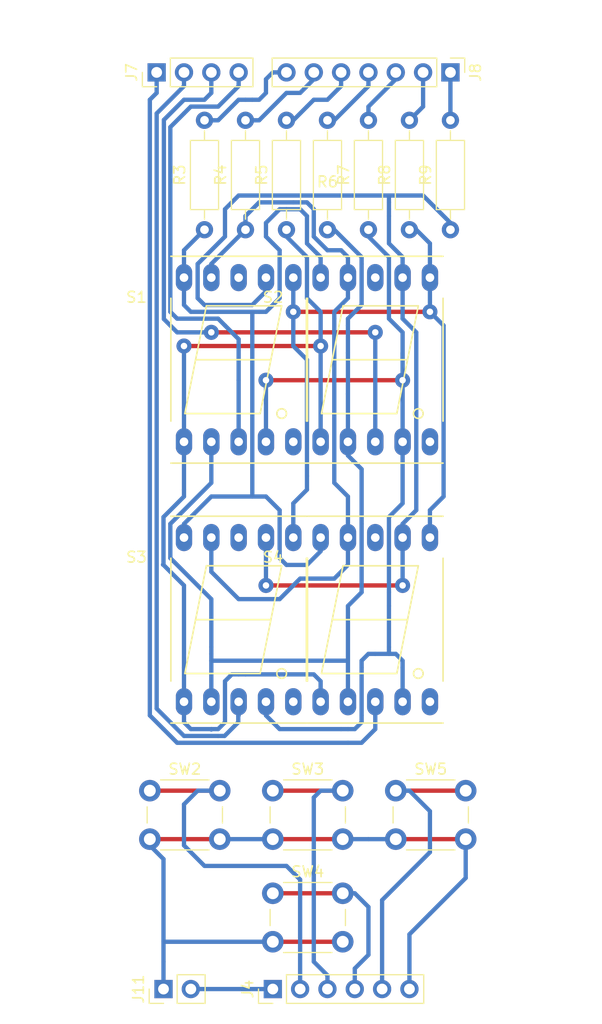
<source format=kicad_pcb>
(kicad_pcb (version 4) (host pcbnew 4.0.6)

  (general
    (links 57)
    (no_connects 0)
    (area 84.957857 55.334761 141.272143 150.739047)
    (thickness 1.6)
    (drawings 0)
    (tracks 333)
    (zones 0)
    (modules 23)
    (nets 25)
  )

  (page A4)
  (layers
    (0 F.Cu signal)
    (31 B.Cu signal)
    (32 B.Adhes user)
    (33 F.Adhes user)
    (34 B.Paste user)
    (35 F.Paste user)
    (36 B.SilkS user)
    (37 F.SilkS user)
    (38 B.Mask user)
    (39 F.Mask user)
    (40 Dwgs.User user)
    (41 Cmts.User user)
    (42 Eco1.User user)
    (43 Eco2.User user)
    (44 Edge.Cuts user)
    (45 Margin user)
    (46 B.CrtYd user)
    (47 F.CrtYd user)
    (48 B.Fab user)
    (49 F.Fab user)
  )

  (setup
    (last_trace_width 0.4)
    (trace_clearance 0.2)
    (zone_clearance 0.508)
    (zone_45_only no)
    (trace_min 0.4)
    (segment_width 0.2)
    (edge_width 0.1)
    (via_size 1.4)
    (via_drill 0.6)
    (via_min_size 1.4)
    (via_min_drill 0.6)
    (uvia_size 1.2)
    (uvia_drill 0.6)
    (uvias_allowed no)
    (uvia_min_size 1.2)
    (uvia_min_drill 0.6)
    (pcb_text_width 0.3)
    (pcb_text_size 1.5 1.5)
    (mod_edge_width 0.15)
    (mod_text_size 1 1)
    (mod_text_width 0.15)
    (pad_size 1.5 1.5)
    (pad_drill 0.6)
    (pad_to_mask_clearance 0)
    (aux_axis_origin 0 0)
    (grid_origin 52.07 105.41)
    (visible_elements 7FFFFFFF)
    (pcbplotparams
      (layerselection 0x00030_80000001)
      (usegerberextensions false)
      (excludeedgelayer true)
      (linewidth 1.000000)
      (plotframeref false)
      (viasonmask false)
      (mode 1)
      (useauxorigin false)
      (hpglpennumber 1)
      (hpglpenspeed 20)
      (hpglpendiameter 15)
      (hpglpenoverlay 2)
      (psnegative false)
      (psa4output false)
      (plotreference true)
      (plotvalue true)
      (plotinvisibletext false)
      (padsonsilk false)
      (subtractmaskfromsilk false)
      (outputformat 1)
      (mirror false)
      (drillshape 0)
      (scaleselection 1)
      (outputdirectory C:/Users/MrTwister/Desktop/))
  )

  (net 0 "")
  (net 1 "Net-(J11-Pad2)")
  (net 2 "Net-(J4-Pad2)")
  (net 3 "Net-(J4-Pad3)")
  (net 4 "Net-(J4-Pad4)")
  (net 5 "Net-(J4-Pad5)")
  (net 6 "Net-(J11-Pad1)")
  (net 7 DIG4)
  (net 8 DIG3)
  (net 9 DIG2)
  (net 10 DIG1)
  (net 11 "Net-(J8-Pad1)")
  (net 12 "Net-(J8-Pad2)")
  (net 13 "Net-(J8-Pad3)")
  (net 14 "Net-(J8-Pad4)")
  (net 15 "Net-(J8-Pad5)")
  (net 16 "Net-(J8-Pad6)")
  (net 17 "Net-(J8-Pad7)")
  (net 18 SEG7)
  (net 19 SEG6)
  (net 20 SEG5)
  (net 21 SEG4)
  (net 22 SEG3)
  (net 23 SEG2)
  (net 24 SEG1)

  (net_class Default "This is the default net class."
    (clearance 0.2)
    (trace_width 0.4)
    (via_dia 1.4)
    (via_drill 0.6)
    (uvia_dia 1.2)
    (uvia_drill 0.6)
    (add_net DIG1)
    (add_net DIG2)
    (add_net DIG3)
    (add_net DIG4)
    (add_net "Net-(J11-Pad1)")
    (add_net "Net-(J11-Pad2)")
    (add_net "Net-(J4-Pad2)")
    (add_net "Net-(J4-Pad3)")
    (add_net "Net-(J4-Pad4)")
    (add_net "Net-(J4-Pad5)")
    (add_net "Net-(J8-Pad1)")
    (add_net "Net-(J8-Pad2)")
    (add_net "Net-(J8-Pad3)")
    (add_net "Net-(J8-Pad4)")
    (add_net "Net-(J8-Pad5)")
    (add_net "Net-(J8-Pad6)")
    (add_net "Net-(J8-Pad7)")
    (add_net SEG1)
    (add_net SEG2)
    (add_net SEG3)
    (add_net SEG4)
    (add_net SEG5)
    (add_net SEG6)
    (add_net SEG7)
  )

  (net_class Power ""
    (clearance 0.3)
    (trace_width 1.5)
    (via_dia 2)
    (via_drill 1)
    (uvia_dia 1.2)
    (uvia_drill 0.6)
  )

  (module Mounting_Holes:MountingHole_3.2mm_M3 (layer F.Cu) (tedit 595190BA) (tstamp 5946DCAD)
    (at 131.615 143.185)
    (descr "Mounting Hole 3.2mm, no annular, M3")
    (tags "mounting hole 3.2mm no annular m3")
    (fp_text reference "" (at 0 -4.2) (layer F.SilkS)
      (effects (font (size 1 1) (thickness 0.15)))
    )
    (fp_text value MountingHole_3.2mm_M3 (at 0 4.2) (layer F.Fab)
      (effects (font (size 1 1) (thickness 0.15)))
    )
    (fp_circle (center 0 0) (end 3.2 0) (layer Cmts.User) (width 0.15))
    (fp_circle (center 0 0) (end 3.45 0) (layer F.CrtYd) (width 0.05))
    (pad 1 np_thru_hole circle (at 0 0) (size 3.2 3.2) (drill 3.2) (layers *.Cu *.Mask))
  )

  (module Mounting_Holes:MountingHole_3.2mm_M3 (layer F.Cu) (tedit 595190B6) (tstamp 5946DCA7)
    (at 94.615 143.185)
    (descr "Mounting Hole 3.2mm, no annular, M3")
    (tags "mounting hole 3.2mm no annular m3")
    (fp_text reference "" (at 0 -4.2) (layer F.SilkS)
      (effects (font (size 1 1) (thickness 0.15)))
    )
    (fp_text value MountingHole_3.2mm_M3 (at 0 4.2) (layer F.Fab)
      (effects (font (size 1 1) (thickness 0.15)))
    )
    (fp_circle (center 0 0) (end 3.2 0) (layer Cmts.User) (width 0.15))
    (fp_circle (center 0 0) (end 3.45 0) (layer F.CrtYd) (width 0.05))
    (pad 1 np_thru_hole circle (at 0 0) (size 3.2 3.2) (drill 3.2) (layers *.Cu *.Mask))
  )

  (module Mounting_Holes:MountingHole_3.2mm_M3 (layer F.Cu) (tedit 595190AE) (tstamp 5946DCA1)
    (at 131.615 83.185)
    (descr "Mounting Hole 3.2mm, no annular, M3")
    (tags "mounting hole 3.2mm no annular m3")
    (fp_text reference "" (at 0 -4.2) (layer F.SilkS)
      (effects (font (size 1 1) (thickness 0.15)))
    )
    (fp_text value MountingHole_3.2mm_M3 (at 0 4.2) (layer F.Fab)
      (effects (font (size 1 1) (thickness 0.15)))
    )
    (fp_circle (center 0 0) (end 3.2 0) (layer Cmts.User) (width 0.15))
    (fp_circle (center 0 0) (end 3.45 0) (layer F.CrtYd) (width 0.05))
    (pad 1 np_thru_hole circle (at 0 0) (size 3.2 3.2) (drill 3.2) (layers *.Cu *.Mask))
  )

  (module Pin_Headers:Pin_Header_Straight_1x06_Pitch2.54mm (layer F.Cu) (tedit 58CD4EC1) (tstamp 593D9A52)
    (at 110.49 147.32 90)
    (descr "Through hole straight pin header, 1x06, 2.54mm pitch, single row")
    (tags "Through hole pin header THT 1x06 2.54mm single row")
    (path /593E5BF8)
    (fp_text reference J4 (at 0 -2.33 90) (layer F.SilkS)
      (effects (font (size 1 1) (thickness 0.15)))
    )
    (fp_text value INPUTS2 (at 0 15.03 90) (layer F.Fab)
      (effects (font (size 1 1) (thickness 0.15)))
    )
    (fp_line (start -1.27 -1.27) (end -1.27 13.97) (layer F.Fab) (width 0.1))
    (fp_line (start -1.27 13.97) (end 1.27 13.97) (layer F.Fab) (width 0.1))
    (fp_line (start 1.27 13.97) (end 1.27 -1.27) (layer F.Fab) (width 0.1))
    (fp_line (start 1.27 -1.27) (end -1.27 -1.27) (layer F.Fab) (width 0.1))
    (fp_line (start -1.33 1.27) (end -1.33 14.03) (layer F.SilkS) (width 0.12))
    (fp_line (start -1.33 14.03) (end 1.33 14.03) (layer F.SilkS) (width 0.12))
    (fp_line (start 1.33 14.03) (end 1.33 1.27) (layer F.SilkS) (width 0.12))
    (fp_line (start 1.33 1.27) (end -1.33 1.27) (layer F.SilkS) (width 0.12))
    (fp_line (start -1.33 0) (end -1.33 -1.33) (layer F.SilkS) (width 0.12))
    (fp_line (start -1.33 -1.33) (end 0 -1.33) (layer F.SilkS) (width 0.12))
    (fp_line (start -1.8 -1.8) (end -1.8 14.5) (layer F.CrtYd) (width 0.05))
    (fp_line (start -1.8 14.5) (end 1.8 14.5) (layer F.CrtYd) (width 0.05))
    (fp_line (start 1.8 14.5) (end 1.8 -1.8) (layer F.CrtYd) (width 0.05))
    (fp_line (start 1.8 -1.8) (end -1.8 -1.8) (layer F.CrtYd) (width 0.05))
    (fp_text user %R (at 0 -2.33 90) (layer F.Fab)
      (effects (font (size 1 1) (thickness 0.15)))
    )
    (pad 1 thru_hole rect (at 0 0 90) (size 1.7 1.7) (drill 1) (layers *.Cu *.Mask)
      (net 1 "Net-(J11-Pad2)"))
    (pad 2 thru_hole oval (at 0 2.54 90) (size 1.7 1.7) (drill 1) (layers *.Cu *.Mask)
      (net 2 "Net-(J4-Pad2)"))
    (pad 3 thru_hole oval (at 0 5.08 90) (size 1.7 1.7) (drill 1) (layers *.Cu *.Mask)
      (net 3 "Net-(J4-Pad3)"))
    (pad 4 thru_hole oval (at 0 7.62 90) (size 1.7 1.7) (drill 1) (layers *.Cu *.Mask)
      (net 4 "Net-(J4-Pad4)"))
    (pad 5 thru_hole oval (at 0 10.16 90) (size 1.7 1.7) (drill 1) (layers *.Cu *.Mask)
      (net 5 "Net-(J4-Pad5)"))
    (pad 6 thru_hole oval (at 0 12.7 90) (size 1.7 1.7) (drill 1) (layers *.Cu *.Mask)
      (net 6 "Net-(J11-Pad1)"))
    (model ${KISYS3DMOD}/Pin_Headers.3dshapes/Pin_Header_Straight_1x06_Pitch2.54mm.wrl
      (at (xyz 0 -0.25 0))
      (scale (xyz 1 1 1))
      (rotate (xyz 0 0 90))
    )
  )

  (module Pin_Headers:Pin_Header_Straight_1x04_Pitch2.54mm (layer F.Cu) (tedit 58CD4EC1) (tstamp 593D9A62)
    (at 99.695 62.23 90)
    (descr "Through hole straight pin header, 1x04, 2.54mm pitch, single row")
    (tags "Through hole pin header THT 1x04 2.54mm single row")
    (path /593D9216)
    (fp_text reference J7 (at 0 -2.33 90) (layer F.SilkS)
      (effects (font (size 1 1) (thickness 0.15)))
    )
    (fp_text value 7SEG_DIGITS2 (at 0 9.95 90) (layer F.Fab)
      (effects (font (size 1 1) (thickness 0.15)))
    )
    (fp_line (start -1.27 -1.27) (end -1.27 8.89) (layer F.Fab) (width 0.1))
    (fp_line (start -1.27 8.89) (end 1.27 8.89) (layer F.Fab) (width 0.1))
    (fp_line (start 1.27 8.89) (end 1.27 -1.27) (layer F.Fab) (width 0.1))
    (fp_line (start 1.27 -1.27) (end -1.27 -1.27) (layer F.Fab) (width 0.1))
    (fp_line (start -1.33 1.27) (end -1.33 8.95) (layer F.SilkS) (width 0.12))
    (fp_line (start -1.33 8.95) (end 1.33 8.95) (layer F.SilkS) (width 0.12))
    (fp_line (start 1.33 8.95) (end 1.33 1.27) (layer F.SilkS) (width 0.12))
    (fp_line (start 1.33 1.27) (end -1.33 1.27) (layer F.SilkS) (width 0.12))
    (fp_line (start -1.33 0) (end -1.33 -1.33) (layer F.SilkS) (width 0.12))
    (fp_line (start -1.33 -1.33) (end 0 -1.33) (layer F.SilkS) (width 0.12))
    (fp_line (start -1.8 -1.8) (end -1.8 9.4) (layer F.CrtYd) (width 0.05))
    (fp_line (start -1.8 9.4) (end 1.8 9.4) (layer F.CrtYd) (width 0.05))
    (fp_line (start 1.8 9.4) (end 1.8 -1.8) (layer F.CrtYd) (width 0.05))
    (fp_line (start 1.8 -1.8) (end -1.8 -1.8) (layer F.CrtYd) (width 0.05))
    (fp_text user %R (at 0 -2.33 90) (layer F.Fab)
      (effects (font (size 1 1) (thickness 0.15)))
    )
    (pad 1 thru_hole rect (at 0 0 90) (size 1.7 1.7) (drill 1) (layers *.Cu *.Mask)
      (net 7 DIG4))
    (pad 2 thru_hole oval (at 0 2.54 90) (size 1.7 1.7) (drill 1) (layers *.Cu *.Mask)
      (net 8 DIG3))
    (pad 3 thru_hole oval (at 0 5.08 90) (size 1.7 1.7) (drill 1) (layers *.Cu *.Mask)
      (net 9 DIG2))
    (pad 4 thru_hole oval (at 0 7.62 90) (size 1.7 1.7) (drill 1) (layers *.Cu *.Mask)
      (net 10 DIG1))
    (model ${KISYS3DMOD}/Pin_Headers.3dshapes/Pin_Header_Straight_1x04_Pitch2.54mm.wrl
      (at (xyz 0 -0.15 0))
      (scale (xyz 1 1 1))
      (rotate (xyz 0 0 90))
    )
  )

  (module Pin_Headers:Pin_Header_Straight_1x07_Pitch2.54mm (layer F.Cu) (tedit 58CD4EC1) (tstamp 593D9A6D)
    (at 127 62.23 270)
    (descr "Through hole straight pin header, 1x07, 2.54mm pitch, single row")
    (tags "Through hole pin header THT 1x07 2.54mm single row")
    (path /593D92E3)
    (fp_text reference J8 (at 0 -2.33 270) (layer F.SilkS)
      (effects (font (size 1 1) (thickness 0.15)))
    )
    (fp_text value 7SEG_SEGMENTS2 (at 0 17.57 270) (layer F.Fab)
      (effects (font (size 1 1) (thickness 0.15)))
    )
    (fp_line (start -1.27 -1.27) (end -1.27 16.51) (layer F.Fab) (width 0.1))
    (fp_line (start -1.27 16.51) (end 1.27 16.51) (layer F.Fab) (width 0.1))
    (fp_line (start 1.27 16.51) (end 1.27 -1.27) (layer F.Fab) (width 0.1))
    (fp_line (start 1.27 -1.27) (end -1.27 -1.27) (layer F.Fab) (width 0.1))
    (fp_line (start -1.33 1.27) (end -1.33 16.57) (layer F.SilkS) (width 0.12))
    (fp_line (start -1.33 16.57) (end 1.33 16.57) (layer F.SilkS) (width 0.12))
    (fp_line (start 1.33 16.57) (end 1.33 1.27) (layer F.SilkS) (width 0.12))
    (fp_line (start 1.33 1.27) (end -1.33 1.27) (layer F.SilkS) (width 0.12))
    (fp_line (start -1.33 0) (end -1.33 -1.33) (layer F.SilkS) (width 0.12))
    (fp_line (start -1.33 -1.33) (end 0 -1.33) (layer F.SilkS) (width 0.12))
    (fp_line (start -1.8 -1.8) (end -1.8 17.05) (layer F.CrtYd) (width 0.05))
    (fp_line (start -1.8 17.05) (end 1.8 17.05) (layer F.CrtYd) (width 0.05))
    (fp_line (start 1.8 17.05) (end 1.8 -1.8) (layer F.CrtYd) (width 0.05))
    (fp_line (start 1.8 -1.8) (end -1.8 -1.8) (layer F.CrtYd) (width 0.05))
    (fp_text user %R (at 0 -2.33 270) (layer F.Fab)
      (effects (font (size 1 1) (thickness 0.15)))
    )
    (pad 1 thru_hole rect (at 0 0 270) (size 1.7 1.7) (drill 1) (layers *.Cu *.Mask)
      (net 11 "Net-(J8-Pad1)"))
    (pad 2 thru_hole oval (at 0 2.54 270) (size 1.7 1.7) (drill 1) (layers *.Cu *.Mask)
      (net 12 "Net-(J8-Pad2)"))
    (pad 3 thru_hole oval (at 0 5.08 270) (size 1.7 1.7) (drill 1) (layers *.Cu *.Mask)
      (net 13 "Net-(J8-Pad3)"))
    (pad 4 thru_hole oval (at 0 7.62 270) (size 1.7 1.7) (drill 1) (layers *.Cu *.Mask)
      (net 14 "Net-(J8-Pad4)"))
    (pad 5 thru_hole oval (at 0 10.16 270) (size 1.7 1.7) (drill 1) (layers *.Cu *.Mask)
      (net 15 "Net-(J8-Pad5)"))
    (pad 6 thru_hole oval (at 0 12.7 270) (size 1.7 1.7) (drill 1) (layers *.Cu *.Mask)
      (net 16 "Net-(J8-Pad6)"))
    (pad 7 thru_hole oval (at 0 15.24 270) (size 1.7 1.7) (drill 1) (layers *.Cu *.Mask)
      (net 17 "Net-(J8-Pad7)"))
    (model ${KISYS3DMOD}/Pin_Headers.3dshapes/Pin_Header_Straight_1x07_Pitch2.54mm.wrl
      (at (xyz 0 -0.3 0))
      (scale (xyz 1 1 1))
      (rotate (xyz 0 0 90))
    )
  )

  (module Pin_Headers:Pin_Header_Straight_1x02_Pitch2.54mm (layer F.Cu) (tedit 58CD4EC1) (tstamp 593D9A7D)
    (at 100.33 147.32 90)
    (descr "Through hole straight pin header, 1x02, 2.54mm pitch, single row")
    (tags "Through hole pin header THT 1x02 2.54mm single row")
    (path /593DC794)
    (fp_text reference J11 (at 0 -2.33 90) (layer F.SilkS)
      (effects (font (size 1 1) (thickness 0.15)))
    )
    (fp_text value REED (at 0 4.87 90) (layer F.Fab)
      (effects (font (size 1 1) (thickness 0.15)))
    )
    (fp_line (start -1.27 -1.27) (end -1.27 3.81) (layer F.Fab) (width 0.1))
    (fp_line (start -1.27 3.81) (end 1.27 3.81) (layer F.Fab) (width 0.1))
    (fp_line (start 1.27 3.81) (end 1.27 -1.27) (layer F.Fab) (width 0.1))
    (fp_line (start 1.27 -1.27) (end -1.27 -1.27) (layer F.Fab) (width 0.1))
    (fp_line (start -1.33 1.27) (end -1.33 3.87) (layer F.SilkS) (width 0.12))
    (fp_line (start -1.33 3.87) (end 1.33 3.87) (layer F.SilkS) (width 0.12))
    (fp_line (start 1.33 3.87) (end 1.33 1.27) (layer F.SilkS) (width 0.12))
    (fp_line (start 1.33 1.27) (end -1.33 1.27) (layer F.SilkS) (width 0.12))
    (fp_line (start -1.33 0) (end -1.33 -1.33) (layer F.SilkS) (width 0.12))
    (fp_line (start -1.33 -1.33) (end 0 -1.33) (layer F.SilkS) (width 0.12))
    (fp_line (start -1.8 -1.8) (end -1.8 4.35) (layer F.CrtYd) (width 0.05))
    (fp_line (start -1.8 4.35) (end 1.8 4.35) (layer F.CrtYd) (width 0.05))
    (fp_line (start 1.8 4.35) (end 1.8 -1.8) (layer F.CrtYd) (width 0.05))
    (fp_line (start 1.8 -1.8) (end -1.8 -1.8) (layer F.CrtYd) (width 0.05))
    (fp_text user %R (at 0 -2.33 90) (layer F.Fab)
      (effects (font (size 1 1) (thickness 0.15)))
    )
    (pad 1 thru_hole rect (at 0 0 90) (size 1.7 1.7) (drill 1) (layers *.Cu *.Mask)
      (net 6 "Net-(J11-Pad1)"))
    (pad 2 thru_hole oval (at 0 2.54 90) (size 1.7 1.7) (drill 1) (layers *.Cu *.Mask)
      (net 1 "Net-(J11-Pad2)"))
    (model ${KISYS3DMOD}/Pin_Headers.3dshapes/Pin_Header_Straight_1x02_Pitch2.54mm.wrl
      (at (xyz 0 -0.05 0))
      (scale (xyz 1 1 1))
      (rotate (xyz 0 0 90))
    )
  )

  (module Resistors_THT:R_Axial_DIN0207_L6.3mm_D2.5mm_P10.16mm_Horizontal (layer F.Cu) (tedit 5874F706) (tstamp 593D9A83)
    (at 104.14 76.835 90)
    (descr "Resistor, Axial_DIN0207 series, Axial, Horizontal, pin pitch=10.16mm, 0.25W = 1/4W, length*diameter=6.3*2.5mm^2, http://cdn-reichelt.de/documents/datenblatt/B400/1_4W%23YAG.pdf")
    (tags "Resistor Axial_DIN0207 series Axial Horizontal pin pitch 10.16mm 0.25W = 1/4W length 6.3mm diameter 2.5mm")
    (path /593D9672)
    (fp_text reference R3 (at 5.08 -2.31 90) (layer F.SilkS)
      (effects (font (size 1 1) (thickness 0.15)))
    )
    (fp_text value 100 (at 5.08 2.31 90) (layer F.Fab)
      (effects (font (size 1 1) (thickness 0.15)))
    )
    (fp_line (start 1.93 -1.25) (end 1.93 1.25) (layer F.Fab) (width 0.1))
    (fp_line (start 1.93 1.25) (end 8.23 1.25) (layer F.Fab) (width 0.1))
    (fp_line (start 8.23 1.25) (end 8.23 -1.25) (layer F.Fab) (width 0.1))
    (fp_line (start 8.23 -1.25) (end 1.93 -1.25) (layer F.Fab) (width 0.1))
    (fp_line (start 0 0) (end 1.93 0) (layer F.Fab) (width 0.1))
    (fp_line (start 10.16 0) (end 8.23 0) (layer F.Fab) (width 0.1))
    (fp_line (start 1.87 -1.31) (end 1.87 1.31) (layer F.SilkS) (width 0.12))
    (fp_line (start 1.87 1.31) (end 8.29 1.31) (layer F.SilkS) (width 0.12))
    (fp_line (start 8.29 1.31) (end 8.29 -1.31) (layer F.SilkS) (width 0.12))
    (fp_line (start 8.29 -1.31) (end 1.87 -1.31) (layer F.SilkS) (width 0.12))
    (fp_line (start 0.98 0) (end 1.87 0) (layer F.SilkS) (width 0.12))
    (fp_line (start 9.18 0) (end 8.29 0) (layer F.SilkS) (width 0.12))
    (fp_line (start -1.05 -1.6) (end -1.05 1.6) (layer F.CrtYd) (width 0.05))
    (fp_line (start -1.05 1.6) (end 11.25 1.6) (layer F.CrtYd) (width 0.05))
    (fp_line (start 11.25 1.6) (end 11.25 -1.6) (layer F.CrtYd) (width 0.05))
    (fp_line (start 11.25 -1.6) (end -1.05 -1.6) (layer F.CrtYd) (width 0.05))
    (pad 1 thru_hole circle (at 0 0 90) (size 1.6 1.6) (drill 0.8) (layers *.Cu *.Mask)
      (net 18 SEG7))
    (pad 2 thru_hole oval (at 10.16 0 90) (size 1.6 1.6) (drill 0.8) (layers *.Cu *.Mask)
      (net 17 "Net-(J8-Pad7)"))
    (model Resistors_THT.3dshapes/R_Axial_DIN0207_L6.3mm_D2.5mm_P10.16mm_Horizontal.wrl
      (at (xyz 0 0 0))
      (scale (xyz 0.393701 0.393701 0.393701))
      (rotate (xyz 0 0 0))
    )
  )

  (module Resistors_THT:R_Axial_DIN0207_L6.3mm_D2.5mm_P10.16mm_Horizontal (layer F.Cu) (tedit 5874F706) (tstamp 593D9A89)
    (at 107.95 76.835 90)
    (descr "Resistor, Axial_DIN0207 series, Axial, Horizontal, pin pitch=10.16mm, 0.25W = 1/4W, length*diameter=6.3*2.5mm^2, http://cdn-reichelt.de/documents/datenblatt/B400/1_4W%23YAG.pdf")
    (tags "Resistor Axial_DIN0207 series Axial Horizontal pin pitch 10.16mm 0.25W = 1/4W length 6.3mm diameter 2.5mm")
    (path /593D9A26)
    (fp_text reference R4 (at 5.08 -2.31 90) (layer F.SilkS)
      (effects (font (size 1 1) (thickness 0.15)))
    )
    (fp_text value 100 (at 5.08 2.31 90) (layer F.Fab)
      (effects (font (size 1 1) (thickness 0.15)))
    )
    (fp_line (start 1.93 -1.25) (end 1.93 1.25) (layer F.Fab) (width 0.1))
    (fp_line (start 1.93 1.25) (end 8.23 1.25) (layer F.Fab) (width 0.1))
    (fp_line (start 8.23 1.25) (end 8.23 -1.25) (layer F.Fab) (width 0.1))
    (fp_line (start 8.23 -1.25) (end 1.93 -1.25) (layer F.Fab) (width 0.1))
    (fp_line (start 0 0) (end 1.93 0) (layer F.Fab) (width 0.1))
    (fp_line (start 10.16 0) (end 8.23 0) (layer F.Fab) (width 0.1))
    (fp_line (start 1.87 -1.31) (end 1.87 1.31) (layer F.SilkS) (width 0.12))
    (fp_line (start 1.87 1.31) (end 8.29 1.31) (layer F.SilkS) (width 0.12))
    (fp_line (start 8.29 1.31) (end 8.29 -1.31) (layer F.SilkS) (width 0.12))
    (fp_line (start 8.29 -1.31) (end 1.87 -1.31) (layer F.SilkS) (width 0.12))
    (fp_line (start 0.98 0) (end 1.87 0) (layer F.SilkS) (width 0.12))
    (fp_line (start 9.18 0) (end 8.29 0) (layer F.SilkS) (width 0.12))
    (fp_line (start -1.05 -1.6) (end -1.05 1.6) (layer F.CrtYd) (width 0.05))
    (fp_line (start -1.05 1.6) (end 11.25 1.6) (layer F.CrtYd) (width 0.05))
    (fp_line (start 11.25 1.6) (end 11.25 -1.6) (layer F.CrtYd) (width 0.05))
    (fp_line (start 11.25 -1.6) (end -1.05 -1.6) (layer F.CrtYd) (width 0.05))
    (pad 1 thru_hole circle (at 0 0 90) (size 1.6 1.6) (drill 0.8) (layers *.Cu *.Mask)
      (net 19 SEG6))
    (pad 2 thru_hole oval (at 10.16 0 90) (size 1.6 1.6) (drill 0.8) (layers *.Cu *.Mask)
      (net 16 "Net-(J8-Pad6)"))
    (model Resistors_THT.3dshapes/R_Axial_DIN0207_L6.3mm_D2.5mm_P10.16mm_Horizontal.wrl
      (at (xyz 0 0 0))
      (scale (xyz 0.393701 0.393701 0.393701))
      (rotate (xyz 0 0 0))
    )
  )

  (module Resistors_THT:R_Axial_DIN0207_L6.3mm_D2.5mm_P10.16mm_Horizontal (layer F.Cu) (tedit 5874F706) (tstamp 593D9A8F)
    (at 111.76 76.835 90)
    (descr "Resistor, Axial_DIN0207 series, Axial, Horizontal, pin pitch=10.16mm, 0.25W = 1/4W, length*diameter=6.3*2.5mm^2, http://cdn-reichelt.de/documents/datenblatt/B400/1_4W%23YAG.pdf")
    (tags "Resistor Axial_DIN0207 series Axial Horizontal pin pitch 10.16mm 0.25W = 1/4W length 6.3mm diameter 2.5mm")
    (path /593D9A7B)
    (fp_text reference R5 (at 5.08 -2.31 90) (layer F.SilkS)
      (effects (font (size 1 1) (thickness 0.15)))
    )
    (fp_text value 100 (at 5.08 2.31 90) (layer F.Fab)
      (effects (font (size 1 1) (thickness 0.15)))
    )
    (fp_line (start 1.93 -1.25) (end 1.93 1.25) (layer F.Fab) (width 0.1))
    (fp_line (start 1.93 1.25) (end 8.23 1.25) (layer F.Fab) (width 0.1))
    (fp_line (start 8.23 1.25) (end 8.23 -1.25) (layer F.Fab) (width 0.1))
    (fp_line (start 8.23 -1.25) (end 1.93 -1.25) (layer F.Fab) (width 0.1))
    (fp_line (start 0 0) (end 1.93 0) (layer F.Fab) (width 0.1))
    (fp_line (start 10.16 0) (end 8.23 0) (layer F.Fab) (width 0.1))
    (fp_line (start 1.87 -1.31) (end 1.87 1.31) (layer F.SilkS) (width 0.12))
    (fp_line (start 1.87 1.31) (end 8.29 1.31) (layer F.SilkS) (width 0.12))
    (fp_line (start 8.29 1.31) (end 8.29 -1.31) (layer F.SilkS) (width 0.12))
    (fp_line (start 8.29 -1.31) (end 1.87 -1.31) (layer F.SilkS) (width 0.12))
    (fp_line (start 0.98 0) (end 1.87 0) (layer F.SilkS) (width 0.12))
    (fp_line (start 9.18 0) (end 8.29 0) (layer F.SilkS) (width 0.12))
    (fp_line (start -1.05 -1.6) (end -1.05 1.6) (layer F.CrtYd) (width 0.05))
    (fp_line (start -1.05 1.6) (end 11.25 1.6) (layer F.CrtYd) (width 0.05))
    (fp_line (start 11.25 1.6) (end 11.25 -1.6) (layer F.CrtYd) (width 0.05))
    (fp_line (start 11.25 -1.6) (end -1.05 -1.6) (layer F.CrtYd) (width 0.05))
    (pad 1 thru_hole circle (at 0 0 90) (size 1.6 1.6) (drill 0.8) (layers *.Cu *.Mask)
      (net 20 SEG5))
    (pad 2 thru_hole oval (at 10.16 0 90) (size 1.6 1.6) (drill 0.8) (layers *.Cu *.Mask)
      (net 15 "Net-(J8-Pad5)"))
    (model Resistors_THT.3dshapes/R_Axial_DIN0207_L6.3mm_D2.5mm_P10.16mm_Horizontal.wrl
      (at (xyz 0 0 0))
      (scale (xyz 0.393701 0.393701 0.393701))
      (rotate (xyz 0 0 0))
    )
  )

  (module Resistors_THT:R_Axial_DIN0207_L6.3mm_D2.5mm_P10.16mm_Horizontal (layer F.Cu) (tedit 593E4284) (tstamp 593D9A95)
    (at 115.57 76.835 90)
    (descr "Resistor, Axial_DIN0207 series, Axial, Horizontal, pin pitch=10.16mm, 0.25W = 1/4W, length*diameter=6.3*2.5mm^2, http://cdn-reichelt.de/documents/datenblatt/B400/1_4W%23YAG.pdf")
    (tags "Resistor Axial_DIN0207 series Axial Horizontal pin pitch 10.16mm 0.25W = 1/4W length 6.3mm diameter 2.5mm")
    (path /593D9AD3)
    (fp_text reference R6 (at 4.445 0 180) (layer F.SilkS)
      (effects (font (size 1 1) (thickness 0.15)))
    )
    (fp_text value 100 (at 5.08 2.31 90) (layer F.Fab)
      (effects (font (size 1 1) (thickness 0.15)))
    )
    (fp_line (start 1.93 -1.25) (end 1.93 1.25) (layer F.Fab) (width 0.1))
    (fp_line (start 1.93 1.25) (end 8.23 1.25) (layer F.Fab) (width 0.1))
    (fp_line (start 8.23 1.25) (end 8.23 -1.25) (layer F.Fab) (width 0.1))
    (fp_line (start 8.23 -1.25) (end 1.93 -1.25) (layer F.Fab) (width 0.1))
    (fp_line (start 0 0) (end 1.93 0) (layer F.Fab) (width 0.1))
    (fp_line (start 10.16 0) (end 8.23 0) (layer F.Fab) (width 0.1))
    (fp_line (start 1.87 -1.31) (end 1.87 1.31) (layer F.SilkS) (width 0.12))
    (fp_line (start 1.87 1.31) (end 8.29 1.31) (layer F.SilkS) (width 0.12))
    (fp_line (start 8.29 1.31) (end 8.29 -1.31) (layer F.SilkS) (width 0.12))
    (fp_line (start 8.29 -1.31) (end 1.87 -1.31) (layer F.SilkS) (width 0.12))
    (fp_line (start 0.98 0) (end 1.87 0) (layer F.SilkS) (width 0.12))
    (fp_line (start 9.18 0) (end 8.29 0) (layer F.SilkS) (width 0.12))
    (fp_line (start -1.05 -1.6) (end -1.05 1.6) (layer F.CrtYd) (width 0.05))
    (fp_line (start -1.05 1.6) (end 11.25 1.6) (layer F.CrtYd) (width 0.05))
    (fp_line (start 11.25 1.6) (end 11.25 -1.6) (layer F.CrtYd) (width 0.05))
    (fp_line (start 11.25 -1.6) (end -1.05 -1.6) (layer F.CrtYd) (width 0.05))
    (pad 1 thru_hole circle (at 0 0 90) (size 1.6 1.6) (drill 0.8) (layers *.Cu *.Mask)
      (net 21 SEG4))
    (pad 2 thru_hole oval (at 10.16 0 90) (size 1.6 1.6) (drill 0.8) (layers *.Cu *.Mask)
      (net 14 "Net-(J8-Pad4)"))
    (model Resistors_THT.3dshapes/R_Axial_DIN0207_L6.3mm_D2.5mm_P10.16mm_Horizontal.wrl
      (at (xyz 0 0 0))
      (scale (xyz 0.393701 0.393701 0.393701))
      (rotate (xyz 0 0 0))
    )
  )

  (module Resistors_THT:R_Axial_DIN0207_L6.3mm_D2.5mm_P10.16mm_Horizontal (layer F.Cu) (tedit 5874F706) (tstamp 593D9A9B)
    (at 119.38 76.835 90)
    (descr "Resistor, Axial_DIN0207 series, Axial, Horizontal, pin pitch=10.16mm, 0.25W = 1/4W, length*diameter=6.3*2.5mm^2, http://cdn-reichelt.de/documents/datenblatt/B400/1_4W%23YAG.pdf")
    (tags "Resistor Axial_DIN0207 series Axial Horizontal pin pitch 10.16mm 0.25W = 1/4W length 6.3mm diameter 2.5mm")
    (path /593D9B60)
    (fp_text reference R7 (at 5.08 -2.31 90) (layer F.SilkS)
      (effects (font (size 1 1) (thickness 0.15)))
    )
    (fp_text value 100 (at 5.08 2.31 90) (layer F.Fab)
      (effects (font (size 1 1) (thickness 0.15)))
    )
    (fp_line (start 1.93 -1.25) (end 1.93 1.25) (layer F.Fab) (width 0.1))
    (fp_line (start 1.93 1.25) (end 8.23 1.25) (layer F.Fab) (width 0.1))
    (fp_line (start 8.23 1.25) (end 8.23 -1.25) (layer F.Fab) (width 0.1))
    (fp_line (start 8.23 -1.25) (end 1.93 -1.25) (layer F.Fab) (width 0.1))
    (fp_line (start 0 0) (end 1.93 0) (layer F.Fab) (width 0.1))
    (fp_line (start 10.16 0) (end 8.23 0) (layer F.Fab) (width 0.1))
    (fp_line (start 1.87 -1.31) (end 1.87 1.31) (layer F.SilkS) (width 0.12))
    (fp_line (start 1.87 1.31) (end 8.29 1.31) (layer F.SilkS) (width 0.12))
    (fp_line (start 8.29 1.31) (end 8.29 -1.31) (layer F.SilkS) (width 0.12))
    (fp_line (start 8.29 -1.31) (end 1.87 -1.31) (layer F.SilkS) (width 0.12))
    (fp_line (start 0.98 0) (end 1.87 0) (layer F.SilkS) (width 0.12))
    (fp_line (start 9.18 0) (end 8.29 0) (layer F.SilkS) (width 0.12))
    (fp_line (start -1.05 -1.6) (end -1.05 1.6) (layer F.CrtYd) (width 0.05))
    (fp_line (start -1.05 1.6) (end 11.25 1.6) (layer F.CrtYd) (width 0.05))
    (fp_line (start 11.25 1.6) (end 11.25 -1.6) (layer F.CrtYd) (width 0.05))
    (fp_line (start 11.25 -1.6) (end -1.05 -1.6) (layer F.CrtYd) (width 0.05))
    (pad 1 thru_hole circle (at 0 0 90) (size 1.6 1.6) (drill 0.8) (layers *.Cu *.Mask)
      (net 22 SEG3))
    (pad 2 thru_hole oval (at 10.16 0 90) (size 1.6 1.6) (drill 0.8) (layers *.Cu *.Mask)
      (net 13 "Net-(J8-Pad3)"))
    (model Resistors_THT.3dshapes/R_Axial_DIN0207_L6.3mm_D2.5mm_P10.16mm_Horizontal.wrl
      (at (xyz 0 0 0))
      (scale (xyz 0.393701 0.393701 0.393701))
      (rotate (xyz 0 0 0))
    )
  )

  (module Resistors_THT:R_Axial_DIN0207_L6.3mm_D2.5mm_P10.16mm_Horizontal (layer F.Cu) (tedit 5874F706) (tstamp 593D9AA1)
    (at 123.19 76.835 90)
    (descr "Resistor, Axial_DIN0207 series, Axial, Horizontal, pin pitch=10.16mm, 0.25W = 1/4W, length*diameter=6.3*2.5mm^2, http://cdn-reichelt.de/documents/datenblatt/B400/1_4W%23YAG.pdf")
    (tags "Resistor Axial_DIN0207 series Axial Horizontal pin pitch 10.16mm 0.25W = 1/4W length 6.3mm diameter 2.5mm")
    (path /593D9CA8)
    (fp_text reference R8 (at 5.08 -2.31 90) (layer F.SilkS)
      (effects (font (size 1 1) (thickness 0.15)))
    )
    (fp_text value 100 (at 5.08 2.31 90) (layer F.Fab)
      (effects (font (size 1 1) (thickness 0.15)))
    )
    (fp_line (start 1.93 -1.25) (end 1.93 1.25) (layer F.Fab) (width 0.1))
    (fp_line (start 1.93 1.25) (end 8.23 1.25) (layer F.Fab) (width 0.1))
    (fp_line (start 8.23 1.25) (end 8.23 -1.25) (layer F.Fab) (width 0.1))
    (fp_line (start 8.23 -1.25) (end 1.93 -1.25) (layer F.Fab) (width 0.1))
    (fp_line (start 0 0) (end 1.93 0) (layer F.Fab) (width 0.1))
    (fp_line (start 10.16 0) (end 8.23 0) (layer F.Fab) (width 0.1))
    (fp_line (start 1.87 -1.31) (end 1.87 1.31) (layer F.SilkS) (width 0.12))
    (fp_line (start 1.87 1.31) (end 8.29 1.31) (layer F.SilkS) (width 0.12))
    (fp_line (start 8.29 1.31) (end 8.29 -1.31) (layer F.SilkS) (width 0.12))
    (fp_line (start 8.29 -1.31) (end 1.87 -1.31) (layer F.SilkS) (width 0.12))
    (fp_line (start 0.98 0) (end 1.87 0) (layer F.SilkS) (width 0.12))
    (fp_line (start 9.18 0) (end 8.29 0) (layer F.SilkS) (width 0.12))
    (fp_line (start -1.05 -1.6) (end -1.05 1.6) (layer F.CrtYd) (width 0.05))
    (fp_line (start -1.05 1.6) (end 11.25 1.6) (layer F.CrtYd) (width 0.05))
    (fp_line (start 11.25 1.6) (end 11.25 -1.6) (layer F.CrtYd) (width 0.05))
    (fp_line (start 11.25 -1.6) (end -1.05 -1.6) (layer F.CrtYd) (width 0.05))
    (pad 1 thru_hole circle (at 0 0 90) (size 1.6 1.6) (drill 0.8) (layers *.Cu *.Mask)
      (net 23 SEG2))
    (pad 2 thru_hole oval (at 10.16 0 90) (size 1.6 1.6) (drill 0.8) (layers *.Cu *.Mask)
      (net 12 "Net-(J8-Pad2)"))
    (model Resistors_THT.3dshapes/R_Axial_DIN0207_L6.3mm_D2.5mm_P10.16mm_Horizontal.wrl
      (at (xyz 0 0 0))
      (scale (xyz 0.393701 0.393701 0.393701))
      (rotate (xyz 0 0 0))
    )
  )

  (module Resistors_THT:R_Axial_DIN0207_L6.3mm_D2.5mm_P10.16mm_Horizontal (layer F.Cu) (tedit 5874F706) (tstamp 593D9AA7)
    (at 127 76.835 90)
    (descr "Resistor, Axial_DIN0207 series, Axial, Horizontal, pin pitch=10.16mm, 0.25W = 1/4W, length*diameter=6.3*2.5mm^2, http://cdn-reichelt.de/documents/datenblatt/B400/1_4W%23YAG.pdf")
    (tags "Resistor Axial_DIN0207 series Axial Horizontal pin pitch 10.16mm 0.25W = 1/4W length 6.3mm diameter 2.5mm")
    (path /593D9D0D)
    (fp_text reference R9 (at 5.08 -2.31 90) (layer F.SilkS)
      (effects (font (size 1 1) (thickness 0.15)))
    )
    (fp_text value 100 (at 5.08 2.31 90) (layer F.Fab)
      (effects (font (size 1 1) (thickness 0.15)))
    )
    (fp_line (start 1.93 -1.25) (end 1.93 1.25) (layer F.Fab) (width 0.1))
    (fp_line (start 1.93 1.25) (end 8.23 1.25) (layer F.Fab) (width 0.1))
    (fp_line (start 8.23 1.25) (end 8.23 -1.25) (layer F.Fab) (width 0.1))
    (fp_line (start 8.23 -1.25) (end 1.93 -1.25) (layer F.Fab) (width 0.1))
    (fp_line (start 0 0) (end 1.93 0) (layer F.Fab) (width 0.1))
    (fp_line (start 10.16 0) (end 8.23 0) (layer F.Fab) (width 0.1))
    (fp_line (start 1.87 -1.31) (end 1.87 1.31) (layer F.SilkS) (width 0.12))
    (fp_line (start 1.87 1.31) (end 8.29 1.31) (layer F.SilkS) (width 0.12))
    (fp_line (start 8.29 1.31) (end 8.29 -1.31) (layer F.SilkS) (width 0.12))
    (fp_line (start 8.29 -1.31) (end 1.87 -1.31) (layer F.SilkS) (width 0.12))
    (fp_line (start 0.98 0) (end 1.87 0) (layer F.SilkS) (width 0.12))
    (fp_line (start 9.18 0) (end 8.29 0) (layer F.SilkS) (width 0.12))
    (fp_line (start -1.05 -1.6) (end -1.05 1.6) (layer F.CrtYd) (width 0.05))
    (fp_line (start -1.05 1.6) (end 11.25 1.6) (layer F.CrtYd) (width 0.05))
    (fp_line (start 11.25 1.6) (end 11.25 -1.6) (layer F.CrtYd) (width 0.05))
    (fp_line (start 11.25 -1.6) (end -1.05 -1.6) (layer F.CrtYd) (width 0.05))
    (pad 1 thru_hole circle (at 0 0 90) (size 1.6 1.6) (drill 0.8) (layers *.Cu *.Mask)
      (net 24 SEG1))
    (pad 2 thru_hole oval (at 10.16 0 90) (size 1.6 1.6) (drill 0.8) (layers *.Cu *.Mask)
      (net 11 "Net-(J8-Pad1)"))
    (model Resistors_THT.3dshapes/R_Axial_DIN0207_L6.3mm_D2.5mm_P10.16mm_Horizontal.wrl
      (at (xyz 0 0 0))
      (scale (xyz 0.393701 0.393701 0.393701))
      (rotate (xyz 0 0 0))
    )
  )

  (module Displays_7-Segment:7SegmentLED_LTS6760_LTS6780 (layer F.Cu) (tedit 0) (tstamp 593D9ABD)
    (at 107.315 88.9)
    (path /593E03B1)
    (fp_text reference S1 (at -9.5 -5.8) (layer F.SilkS)
      (effects (font (size 1 1) (thickness 0.15)))
    )
    (fp_text value 7SEGM (at -0.4 12) (layer F.Fab)
      (effects (font (size 1 1) (thickness 0.15)))
    )
    (fp_circle (center 4 5) (end 4.4 5.2) (layer F.SilkS) (width 0.15))
    (fp_line (start -3 -5) (end -4 0) (layer F.SilkS) (width 0.15))
    (fp_line (start -4 0) (end -5 5) (layer F.SilkS) (width 0.15))
    (fp_line (start -5 5) (end 2 5) (layer F.SilkS) (width 0.15))
    (fp_line (start 2 5) (end 3 0) (layer F.SilkS) (width 0.15))
    (fp_line (start 4 -5) (end 3 0) (layer F.SilkS) (width 0.15))
    (fp_line (start 3 0) (end -4 0) (layer F.SilkS) (width 0.15))
    (fp_line (start -3 -5) (end 4 -5) (layer F.SilkS) (width 0.15))
    (fp_line (start 6.3 9.6) (end -6.3 9.6) (layer F.SilkS) (width 0.15))
    (fp_line (start -6.3 -5.7) (end -6.3 5.7) (layer F.SilkS) (width 0.15))
    (fp_line (start 6.3 -5.7) (end 6.3 5.7) (layer F.SilkS) (width 0.15))
    (fp_line (start -6.3 -9.6) (end 6.3 -9.6) (layer F.SilkS) (width 0.15))
    (pad 1 thru_hole oval (at -5.08 7.62) (size 1.524 2.524) (drill 0.8) (layers *.Cu *.Mask)
      (net 20 SEG5))
    (pad 2 thru_hole oval (at -2.54 7.62) (size 1.524 2.524) (drill 0.8) (layers *.Cu *.Mask)
      (net 21 SEG4))
    (pad 3 thru_hole oval (at 0 7.62) (size 1.524 2.524) (drill 0.8) (layers *.Cu *.Mask)
      (net 10 DIG1))
    (pad 4 thru_hole oval (at 2.54 7.62) (size 1.524 2.524) (drill 0.8) (layers *.Cu *.Mask)
      (net 22 SEG3))
    (pad 5 thru_hole oval (at 5.08 7.62) (size 1.524 2.524) (drill 0.8) (layers *.Cu *.Mask))
    (pad 6 thru_hole oval (at 5.08 -7.62) (size 1.524 2.524) (drill 0.8) (layers *.Cu *.Mask)
      (net 23 SEG2))
    (pad 7 thru_hole oval (at 2.54 -7.62) (size 1.524 2.524) (drill 0.8) (layers *.Cu *.Mask)
      (net 24 SEG1))
    (pad 8 thru_hole oval (at 0 -7.62) (size 1.524 2.524) (drill 0.8) (layers *.Cu *.Mask))
    (pad 9 thru_hole oval (at -2.54 -7.62) (size 1.524 2.524) (drill 0.8) (layers *.Cu *.Mask)
      (net 19 SEG6))
    (pad 10 thru_hole oval (at -5.08 -7.62) (size 1.524 2.524) (drill 0.8) (layers *.Cu *.Mask)
      (net 18 SEG7))
    (model Displays_7-Segment.3dshapes/7SegmentLED_LTS6760_LTS6780.wrl
      (at (xyz 0 0 0))
      (scale (xyz 0.3937 0.3937 0.3937))
      (rotate (xyz 0 0 0))
    )
  )

  (module Displays_7-Segment:7SegmentLED_LTS6760_LTS6780 (layer F.Cu) (tedit 0) (tstamp 593D9ACB)
    (at 120.015 88.9)
    (path /593E8A30)
    (fp_text reference S2 (at -9.5 -5.8) (layer F.SilkS)
      (effects (font (size 1 1) (thickness 0.15)))
    )
    (fp_text value 7SEGM (at -0.4 12) (layer F.Fab)
      (effects (font (size 1 1) (thickness 0.15)))
    )
    (fp_circle (center 4 5) (end 4.4 5.2) (layer F.SilkS) (width 0.15))
    (fp_line (start -3 -5) (end -4 0) (layer F.SilkS) (width 0.15))
    (fp_line (start -4 0) (end -5 5) (layer F.SilkS) (width 0.15))
    (fp_line (start -5 5) (end 2 5) (layer F.SilkS) (width 0.15))
    (fp_line (start 2 5) (end 3 0) (layer F.SilkS) (width 0.15))
    (fp_line (start 4 -5) (end 3 0) (layer F.SilkS) (width 0.15))
    (fp_line (start 3 0) (end -4 0) (layer F.SilkS) (width 0.15))
    (fp_line (start -3 -5) (end 4 -5) (layer F.SilkS) (width 0.15))
    (fp_line (start 6.3 9.6) (end -6.3 9.6) (layer F.SilkS) (width 0.15))
    (fp_line (start -6.3 -5.7) (end -6.3 5.7) (layer F.SilkS) (width 0.15))
    (fp_line (start 6.3 -5.7) (end 6.3 5.7) (layer F.SilkS) (width 0.15))
    (fp_line (start -6.3 -9.6) (end 6.3 -9.6) (layer F.SilkS) (width 0.15))
    (pad 1 thru_hole oval (at -5.08 7.62) (size 1.524 2.524) (drill 0.8) (layers *.Cu *.Mask)
      (net 20 SEG5))
    (pad 2 thru_hole oval (at -2.54 7.62) (size 1.524 2.524) (drill 0.8) (layers *.Cu *.Mask)
      (net 21 SEG4))
    (pad 3 thru_hole oval (at 0 7.62) (size 1.524 2.524) (drill 0.8) (layers *.Cu *.Mask)
      (net 9 DIG2))
    (pad 4 thru_hole oval (at 2.54 7.62) (size 1.524 2.524) (drill 0.8) (layers *.Cu *.Mask)
      (net 22 SEG3))
    (pad 5 thru_hole oval (at 5.08 7.62) (size 1.524 2.524) (drill 0.8) (layers *.Cu *.Mask))
    (pad 6 thru_hole oval (at 5.08 -7.62) (size 1.524 2.524) (drill 0.8) (layers *.Cu *.Mask)
      (net 23 SEG2))
    (pad 7 thru_hole oval (at 2.54 -7.62) (size 1.524 2.524) (drill 0.8) (layers *.Cu *.Mask)
      (net 24 SEG1))
    (pad 8 thru_hole oval (at 0 -7.62) (size 1.524 2.524) (drill 0.8) (layers *.Cu *.Mask))
    (pad 9 thru_hole oval (at -2.54 -7.62) (size 1.524 2.524) (drill 0.8) (layers *.Cu *.Mask)
      (net 19 SEG6))
    (pad 10 thru_hole oval (at -5.08 -7.62) (size 1.524 2.524) (drill 0.8) (layers *.Cu *.Mask)
      (net 18 SEG7))
    (model Displays_7-Segment.3dshapes/7SegmentLED_LTS6760_LTS6780.wrl
      (at (xyz 0 0 0))
      (scale (xyz 0.3937 0.3937 0.3937))
      (rotate (xyz 0 0 0))
    )
  )

  (module Displays_7-Segment:7SegmentLED_LTS6760_LTS6780 (layer F.Cu) (tedit 0) (tstamp 593D9AD9)
    (at 107.315 113.03)
    (path /593E8ABA)
    (fp_text reference S3 (at -9.5 -5.8) (layer F.SilkS)
      (effects (font (size 1 1) (thickness 0.15)))
    )
    (fp_text value 7SEGM (at -0.4 12) (layer F.Fab)
      (effects (font (size 1 1) (thickness 0.15)))
    )
    (fp_circle (center 4 5) (end 4.4 5.2) (layer F.SilkS) (width 0.15))
    (fp_line (start -3 -5) (end -4 0) (layer F.SilkS) (width 0.15))
    (fp_line (start -4 0) (end -5 5) (layer F.SilkS) (width 0.15))
    (fp_line (start -5 5) (end 2 5) (layer F.SilkS) (width 0.15))
    (fp_line (start 2 5) (end 3 0) (layer F.SilkS) (width 0.15))
    (fp_line (start 4 -5) (end 3 0) (layer F.SilkS) (width 0.15))
    (fp_line (start 3 0) (end -4 0) (layer F.SilkS) (width 0.15))
    (fp_line (start -3 -5) (end 4 -5) (layer F.SilkS) (width 0.15))
    (fp_line (start 6.3 9.6) (end -6.3 9.6) (layer F.SilkS) (width 0.15))
    (fp_line (start -6.3 -5.7) (end -6.3 5.7) (layer F.SilkS) (width 0.15))
    (fp_line (start 6.3 -5.7) (end 6.3 5.7) (layer F.SilkS) (width 0.15))
    (fp_line (start -6.3 -9.6) (end 6.3 -9.6) (layer F.SilkS) (width 0.15))
    (pad 1 thru_hole oval (at -5.08 7.62) (size 1.524 2.524) (drill 0.8) (layers *.Cu *.Mask)
      (net 20 SEG5))
    (pad 2 thru_hole oval (at -2.54 7.62) (size 1.524 2.524) (drill 0.8) (layers *.Cu *.Mask)
      (net 21 SEG4))
    (pad 3 thru_hole oval (at 0 7.62) (size 1.524 2.524) (drill 0.8) (layers *.Cu *.Mask)
      (net 8 DIG3))
    (pad 4 thru_hole oval (at 2.54 7.62) (size 1.524 2.524) (drill 0.8) (layers *.Cu *.Mask)
      (net 22 SEG3))
    (pad 5 thru_hole oval (at 5.08 7.62) (size 1.524 2.524) (drill 0.8) (layers *.Cu *.Mask))
    (pad 6 thru_hole oval (at 5.08 -7.62) (size 1.524 2.524) (drill 0.8) (layers *.Cu *.Mask)
      (net 23 SEG2))
    (pad 7 thru_hole oval (at 2.54 -7.62) (size 1.524 2.524) (drill 0.8) (layers *.Cu *.Mask)
      (net 24 SEG1))
    (pad 8 thru_hole oval (at 0 -7.62) (size 1.524 2.524) (drill 0.8) (layers *.Cu *.Mask))
    (pad 9 thru_hole oval (at -2.54 -7.62) (size 1.524 2.524) (drill 0.8) (layers *.Cu *.Mask)
      (net 19 SEG6))
    (pad 10 thru_hole oval (at -5.08 -7.62) (size 1.524 2.524) (drill 0.8) (layers *.Cu *.Mask)
      (net 18 SEG7))
    (model Displays_7-Segment.3dshapes/7SegmentLED_LTS6760_LTS6780.wrl
      (at (xyz 0 0 0))
      (scale (xyz 0.3937 0.3937 0.3937))
      (rotate (xyz 0 0 0))
    )
  )

  (module Displays_7-Segment:7SegmentLED_LTS6760_LTS6780 (layer F.Cu) (tedit 0) (tstamp 593D9AE7)
    (at 120.015 113.03)
    (path /593E8B2B)
    (fp_text reference S4 (at -9.5 -5.8) (layer F.SilkS)
      (effects (font (size 1 1) (thickness 0.15)))
    )
    (fp_text value 7SEGM (at -0.4 12) (layer F.Fab)
      (effects (font (size 1 1) (thickness 0.15)))
    )
    (fp_circle (center 4 5) (end 4.4 5.2) (layer F.SilkS) (width 0.15))
    (fp_line (start -3 -5) (end -4 0) (layer F.SilkS) (width 0.15))
    (fp_line (start -4 0) (end -5 5) (layer F.SilkS) (width 0.15))
    (fp_line (start -5 5) (end 2 5) (layer F.SilkS) (width 0.15))
    (fp_line (start 2 5) (end 3 0) (layer F.SilkS) (width 0.15))
    (fp_line (start 4 -5) (end 3 0) (layer F.SilkS) (width 0.15))
    (fp_line (start 3 0) (end -4 0) (layer F.SilkS) (width 0.15))
    (fp_line (start -3 -5) (end 4 -5) (layer F.SilkS) (width 0.15))
    (fp_line (start 6.3 9.6) (end -6.3 9.6) (layer F.SilkS) (width 0.15))
    (fp_line (start -6.3 -5.7) (end -6.3 5.7) (layer F.SilkS) (width 0.15))
    (fp_line (start 6.3 -5.7) (end 6.3 5.7) (layer F.SilkS) (width 0.15))
    (fp_line (start -6.3 -9.6) (end 6.3 -9.6) (layer F.SilkS) (width 0.15))
    (pad 1 thru_hole oval (at -5.08 7.62) (size 1.524 2.524) (drill 0.8) (layers *.Cu *.Mask)
      (net 20 SEG5))
    (pad 2 thru_hole oval (at -2.54 7.62) (size 1.524 2.524) (drill 0.8) (layers *.Cu *.Mask)
      (net 21 SEG4))
    (pad 3 thru_hole oval (at 0 7.62) (size 1.524 2.524) (drill 0.8) (layers *.Cu *.Mask)
      (net 7 DIG4))
    (pad 4 thru_hole oval (at 2.54 7.62) (size 1.524 2.524) (drill 0.8) (layers *.Cu *.Mask)
      (net 22 SEG3))
    (pad 5 thru_hole oval (at 5.08 7.62) (size 1.524 2.524) (drill 0.8) (layers *.Cu *.Mask))
    (pad 6 thru_hole oval (at 5.08 -7.62) (size 1.524 2.524) (drill 0.8) (layers *.Cu *.Mask)
      (net 23 SEG2))
    (pad 7 thru_hole oval (at 2.54 -7.62) (size 1.524 2.524) (drill 0.8) (layers *.Cu *.Mask)
      (net 24 SEG1))
    (pad 8 thru_hole oval (at 0 -7.62) (size 1.524 2.524) (drill 0.8) (layers *.Cu *.Mask))
    (pad 9 thru_hole oval (at -2.54 -7.62) (size 1.524 2.524) (drill 0.8) (layers *.Cu *.Mask)
      (net 19 SEG6))
    (pad 10 thru_hole oval (at -5.08 -7.62) (size 1.524 2.524) (drill 0.8) (layers *.Cu *.Mask)
      (net 18 SEG7))
    (model Displays_7-Segment.3dshapes/7SegmentLED_LTS6760_LTS6780.wrl
      (at (xyz 0 0 0))
      (scale (xyz 0.3937 0.3937 0.3937))
      (rotate (xyz 0 0 0))
    )
  )

  (module Buttons_Switches_THT:SW_PUSH_6mm (layer F.Cu) (tedit 594699D1) (tstamp 593D9AEF)
    (at 99.06 128.905)
    (descr https://www.omron.com/ecb/products/pdf/en-b3f.pdf)
    (tags "tact sw push 6mm")
    (path /593DBF81)
    (fp_text reference SW2 (at 3.25 -2) (layer F.SilkS)
      (effects (font (size 1 1) (thickness 0.15)))
    )
    (fp_text value SW_Push (at 3.75 6.7) (layer F.Fab)
      (effects (font (size 1 1) (thickness 0.15)))
    )
    (fp_text user %R (at 3.175 1.905) (layer F.Fab)
      (effects (font (size 1 1) (thickness 0.15)))
    )
    (fp_line (start 3.25 -0.75) (end 6.25 -0.75) (layer F.Fab) (width 0.1))
    (fp_line (start 6.25 -0.75) (end 6.25 5.25) (layer F.Fab) (width 0.1))
    (fp_line (start 6.25 5.25) (end 0.25 5.25) (layer F.Fab) (width 0.1))
    (fp_line (start 0.25 5.25) (end 0.25 -0.75) (layer F.Fab) (width 0.1))
    (fp_line (start 0.25 -0.75) (end 3.25 -0.75) (layer F.Fab) (width 0.1))
    (fp_line (start 7.75 6) (end 8 6) (layer F.CrtYd) (width 0.05))
    (fp_line (start 8 6) (end 8 5.75) (layer F.CrtYd) (width 0.05))
    (fp_line (start 7.75 -1.5) (end 8 -1.5) (layer F.CrtYd) (width 0.05))
    (fp_line (start 8 -1.5) (end 8 -1.25) (layer F.CrtYd) (width 0.05))
    (fp_line (start -1.5 -1.25) (end -1.5 -1.5) (layer F.CrtYd) (width 0.05))
    (fp_line (start -1.5 -1.5) (end -1.25 -1.5) (layer F.CrtYd) (width 0.05))
    (fp_line (start -1.5 5.75) (end -1.5 6) (layer F.CrtYd) (width 0.05))
    (fp_line (start -1.5 6) (end -1.25 6) (layer F.CrtYd) (width 0.05))
    (fp_line (start -1.25 -1.5) (end 7.75 -1.5) (layer F.CrtYd) (width 0.05))
    (fp_line (start -1.5 5.75) (end -1.5 -1.25) (layer F.CrtYd) (width 0.05))
    (fp_line (start 7.75 6) (end -1.25 6) (layer F.CrtYd) (width 0.05))
    (fp_line (start 8 -1.25) (end 8 5.75) (layer F.CrtYd) (width 0.05))
    (fp_line (start 1 5.5) (end 5.5 5.5) (layer F.SilkS) (width 0.12))
    (fp_line (start -0.25 1.5) (end -0.25 3) (layer F.SilkS) (width 0.12))
    (fp_line (start 5.5 -1) (end 1 -1) (layer F.SilkS) (width 0.12))
    (fp_line (start 6.75 3) (end 6.75 1.5) (layer F.SilkS) (width 0.12))
    (fp_circle (center 3.25 2.25) (end 1.25 2.5) (layer F.Fab) (width 0.1))
    (pad 2 thru_hole circle (at 0 4.5 90) (size 2 2) (drill 1.1) (layers *.Cu *.Mask)
      (net 6 "Net-(J11-Pad1)"))
    (pad 1 thru_hole circle (at 0 0 90) (size 2 2) (drill 1.1) (layers *.Cu *.Mask)
      (net 2 "Net-(J4-Pad2)"))
    (pad 2 thru_hole circle (at 6.5 4.5 90) (size 2 2) (drill 1.1) (layers *.Cu *.Mask)
      (net 6 "Net-(J11-Pad1)"))
    (pad 1 thru_hole circle (at 6.5 0 90) (size 2 2) (drill 1.1) (layers *.Cu *.Mask)
      (net 2 "Net-(J4-Pad2)"))
    (model ${KISYS3DMOD}/Buttons_Switches_THT.3dshapes/SW_PUSH_6mm.wrl
      (at (xyz 0.005 0 0))
      (scale (xyz 0.3937 0.3937 0.3937))
      (rotate (xyz 0 0 0))
    )
  )

  (module Buttons_Switches_THT:SW_PUSH_6mm (layer F.Cu) (tedit 594699D7) (tstamp 593D9AF7)
    (at 110.49 128.905)
    (descr https://www.omron.com/ecb/products/pdf/en-b3f.pdf)
    (tags "tact sw push 6mm")
    (path /593DC49F)
    (fp_text reference SW3 (at 3.25 -2) (layer F.SilkS)
      (effects (font (size 1 1) (thickness 0.15)))
    )
    (fp_text value SW_Push (at 3.75 6.7) (layer F.Fab)
      (effects (font (size 1 1) (thickness 0.15)))
    )
    (fp_text user %R (at 3.175 1.905) (layer F.Fab)
      (effects (font (size 1 1) (thickness 0.15)))
    )
    (fp_line (start 3.25 -0.75) (end 6.25 -0.75) (layer F.Fab) (width 0.1))
    (fp_line (start 6.25 -0.75) (end 6.25 5.25) (layer F.Fab) (width 0.1))
    (fp_line (start 6.25 5.25) (end 0.25 5.25) (layer F.Fab) (width 0.1))
    (fp_line (start 0.25 5.25) (end 0.25 -0.75) (layer F.Fab) (width 0.1))
    (fp_line (start 0.25 -0.75) (end 3.25 -0.75) (layer F.Fab) (width 0.1))
    (fp_line (start 7.75 6) (end 8 6) (layer F.CrtYd) (width 0.05))
    (fp_line (start 8 6) (end 8 5.75) (layer F.CrtYd) (width 0.05))
    (fp_line (start 7.75 -1.5) (end 8 -1.5) (layer F.CrtYd) (width 0.05))
    (fp_line (start 8 -1.5) (end 8 -1.25) (layer F.CrtYd) (width 0.05))
    (fp_line (start -1.5 -1.25) (end -1.5 -1.5) (layer F.CrtYd) (width 0.05))
    (fp_line (start -1.5 -1.5) (end -1.25 -1.5) (layer F.CrtYd) (width 0.05))
    (fp_line (start -1.5 5.75) (end -1.5 6) (layer F.CrtYd) (width 0.05))
    (fp_line (start -1.5 6) (end -1.25 6) (layer F.CrtYd) (width 0.05))
    (fp_line (start -1.25 -1.5) (end 7.75 -1.5) (layer F.CrtYd) (width 0.05))
    (fp_line (start -1.5 5.75) (end -1.5 -1.25) (layer F.CrtYd) (width 0.05))
    (fp_line (start 7.75 6) (end -1.25 6) (layer F.CrtYd) (width 0.05))
    (fp_line (start 8 -1.25) (end 8 5.75) (layer F.CrtYd) (width 0.05))
    (fp_line (start 1 5.5) (end 5.5 5.5) (layer F.SilkS) (width 0.12))
    (fp_line (start -0.25 1.5) (end -0.25 3) (layer F.SilkS) (width 0.12))
    (fp_line (start 5.5 -1) (end 1 -1) (layer F.SilkS) (width 0.12))
    (fp_line (start 6.75 3) (end 6.75 1.5) (layer F.SilkS) (width 0.12))
    (fp_circle (center 3.25 2.25) (end 1.25 2.5) (layer F.Fab) (width 0.1))
    (pad 2 thru_hole circle (at 0 4.5 90) (size 2 2) (drill 1.1) (layers *.Cu *.Mask)
      (net 6 "Net-(J11-Pad1)"))
    (pad 1 thru_hole circle (at 0 0 90) (size 2 2) (drill 1.1) (layers *.Cu *.Mask)
      (net 3 "Net-(J4-Pad3)"))
    (pad 2 thru_hole circle (at 6.5 4.5 90) (size 2 2) (drill 1.1) (layers *.Cu *.Mask)
      (net 6 "Net-(J11-Pad1)"))
    (pad 1 thru_hole circle (at 6.5 0 90) (size 2 2) (drill 1.1) (layers *.Cu *.Mask)
      (net 3 "Net-(J4-Pad3)"))
    (model ${KISYS3DMOD}/Buttons_Switches_THT.3dshapes/SW_PUSH_6mm.wrl
      (at (xyz 0.005 0 0))
      (scale (xyz 0.3937 0.3937 0.3937))
      (rotate (xyz 0 0 0))
    )
  )

  (module Buttons_Switches_THT:SW_PUSH_6mm (layer F.Cu) (tedit 5923F252) (tstamp 593D9AFF)
    (at 110.49 138.43)
    (descr https://www.omron.com/ecb/products/pdf/en-b3f.pdf)
    (tags "tact sw push 6mm")
    (path /593DC42F)
    (fp_text reference SW4 (at 3.25 -2) (layer F.SilkS)
      (effects (font (size 1 1) (thickness 0.15)))
    )
    (fp_text value SW_Push (at 3.75 6.7) (layer F.Fab)
      (effects (font (size 1 1) (thickness 0.15)))
    )
    (fp_text user %R (at 3.25 2.25) (layer F.Fab)
      (effects (font (size 1 1) (thickness 0.15)))
    )
    (fp_line (start 3.25 -0.75) (end 6.25 -0.75) (layer F.Fab) (width 0.1))
    (fp_line (start 6.25 -0.75) (end 6.25 5.25) (layer F.Fab) (width 0.1))
    (fp_line (start 6.25 5.25) (end 0.25 5.25) (layer F.Fab) (width 0.1))
    (fp_line (start 0.25 5.25) (end 0.25 -0.75) (layer F.Fab) (width 0.1))
    (fp_line (start 0.25 -0.75) (end 3.25 -0.75) (layer F.Fab) (width 0.1))
    (fp_line (start 7.75 6) (end 8 6) (layer F.CrtYd) (width 0.05))
    (fp_line (start 8 6) (end 8 5.75) (layer F.CrtYd) (width 0.05))
    (fp_line (start 7.75 -1.5) (end 8 -1.5) (layer F.CrtYd) (width 0.05))
    (fp_line (start 8 -1.5) (end 8 -1.25) (layer F.CrtYd) (width 0.05))
    (fp_line (start -1.5 -1.25) (end -1.5 -1.5) (layer F.CrtYd) (width 0.05))
    (fp_line (start -1.5 -1.5) (end -1.25 -1.5) (layer F.CrtYd) (width 0.05))
    (fp_line (start -1.5 5.75) (end -1.5 6) (layer F.CrtYd) (width 0.05))
    (fp_line (start -1.5 6) (end -1.25 6) (layer F.CrtYd) (width 0.05))
    (fp_line (start -1.25 -1.5) (end 7.75 -1.5) (layer F.CrtYd) (width 0.05))
    (fp_line (start -1.5 5.75) (end -1.5 -1.25) (layer F.CrtYd) (width 0.05))
    (fp_line (start 7.75 6) (end -1.25 6) (layer F.CrtYd) (width 0.05))
    (fp_line (start 8 -1.25) (end 8 5.75) (layer F.CrtYd) (width 0.05))
    (fp_line (start 1 5.5) (end 5.5 5.5) (layer F.SilkS) (width 0.12))
    (fp_line (start -0.25 1.5) (end -0.25 3) (layer F.SilkS) (width 0.12))
    (fp_line (start 5.5 -1) (end 1 -1) (layer F.SilkS) (width 0.12))
    (fp_line (start 6.75 3) (end 6.75 1.5) (layer F.SilkS) (width 0.12))
    (fp_circle (center 3.25 2.25) (end 1.25 2.5) (layer F.Fab) (width 0.1))
    (pad 2 thru_hole circle (at 0 4.5 90) (size 2 2) (drill 1.1) (layers *.Cu *.Mask)
      (net 6 "Net-(J11-Pad1)"))
    (pad 1 thru_hole circle (at 0 0 90) (size 2 2) (drill 1.1) (layers *.Cu *.Mask)
      (net 4 "Net-(J4-Pad4)"))
    (pad 2 thru_hole circle (at 6.5 4.5 90) (size 2 2) (drill 1.1) (layers *.Cu *.Mask)
      (net 6 "Net-(J11-Pad1)"))
    (pad 1 thru_hole circle (at 6.5 0 90) (size 2 2) (drill 1.1) (layers *.Cu *.Mask)
      (net 4 "Net-(J4-Pad4)"))
    (model ${KISYS3DMOD}/Buttons_Switches_THT.3dshapes/SW_PUSH_6mm.wrl
      (at (xyz 0.005 0 0))
      (scale (xyz 0.3937 0.3937 0.3937))
      (rotate (xyz 0 0 0))
    )
  )

  (module Buttons_Switches_THT:SW_PUSH_6mm (layer F.Cu) (tedit 5923F252) (tstamp 593D9B07)
    (at 121.92 128.905)
    (descr https://www.omron.com/ecb/products/pdf/en-b3f.pdf)
    (tags "tact sw push 6mm")
    (path /593DC510)
    (fp_text reference SW5 (at 3.25 -2) (layer F.SilkS)
      (effects (font (size 1 1) (thickness 0.15)))
    )
    (fp_text value SW_Push (at 3.75 6.7) (layer F.Fab)
      (effects (font (size 1 1) (thickness 0.15)))
    )
    (fp_text user %R (at 3.25 2.25) (layer F.Fab)
      (effects (font (size 1 1) (thickness 0.15)))
    )
    (fp_line (start 3.25 -0.75) (end 6.25 -0.75) (layer F.Fab) (width 0.1))
    (fp_line (start 6.25 -0.75) (end 6.25 5.25) (layer F.Fab) (width 0.1))
    (fp_line (start 6.25 5.25) (end 0.25 5.25) (layer F.Fab) (width 0.1))
    (fp_line (start 0.25 5.25) (end 0.25 -0.75) (layer F.Fab) (width 0.1))
    (fp_line (start 0.25 -0.75) (end 3.25 -0.75) (layer F.Fab) (width 0.1))
    (fp_line (start 7.75 6) (end 8 6) (layer F.CrtYd) (width 0.05))
    (fp_line (start 8 6) (end 8 5.75) (layer F.CrtYd) (width 0.05))
    (fp_line (start 7.75 -1.5) (end 8 -1.5) (layer F.CrtYd) (width 0.05))
    (fp_line (start 8 -1.5) (end 8 -1.25) (layer F.CrtYd) (width 0.05))
    (fp_line (start -1.5 -1.25) (end -1.5 -1.5) (layer F.CrtYd) (width 0.05))
    (fp_line (start -1.5 -1.5) (end -1.25 -1.5) (layer F.CrtYd) (width 0.05))
    (fp_line (start -1.5 5.75) (end -1.5 6) (layer F.CrtYd) (width 0.05))
    (fp_line (start -1.5 6) (end -1.25 6) (layer F.CrtYd) (width 0.05))
    (fp_line (start -1.25 -1.5) (end 7.75 -1.5) (layer F.CrtYd) (width 0.05))
    (fp_line (start -1.5 5.75) (end -1.5 -1.25) (layer F.CrtYd) (width 0.05))
    (fp_line (start 7.75 6) (end -1.25 6) (layer F.CrtYd) (width 0.05))
    (fp_line (start 8 -1.25) (end 8 5.75) (layer F.CrtYd) (width 0.05))
    (fp_line (start 1 5.5) (end 5.5 5.5) (layer F.SilkS) (width 0.12))
    (fp_line (start -0.25 1.5) (end -0.25 3) (layer F.SilkS) (width 0.12))
    (fp_line (start 5.5 -1) (end 1 -1) (layer F.SilkS) (width 0.12))
    (fp_line (start 6.75 3) (end 6.75 1.5) (layer F.SilkS) (width 0.12))
    (fp_circle (center 3.25 2.25) (end 1.25 2.5) (layer F.Fab) (width 0.1))
    (pad 2 thru_hole circle (at 0 4.5 90) (size 2 2) (drill 1.1) (layers *.Cu *.Mask)
      (net 6 "Net-(J11-Pad1)"))
    (pad 1 thru_hole circle (at 0 0 90) (size 2 2) (drill 1.1) (layers *.Cu *.Mask)
      (net 5 "Net-(J4-Pad5)"))
    (pad 2 thru_hole circle (at 6.5 4.5 90) (size 2 2) (drill 1.1) (layers *.Cu *.Mask)
      (net 6 "Net-(J11-Pad1)"))
    (pad 1 thru_hole circle (at 6.5 0 90) (size 2 2) (drill 1.1) (layers *.Cu *.Mask)
      (net 5 "Net-(J4-Pad5)"))
    (model ${KISYS3DMOD}/Buttons_Switches_THT.3dshapes/SW_PUSH_6mm.wrl
      (at (xyz 0.005 0 0))
      (scale (xyz 0.3937 0.3937 0.3937))
      (rotate (xyz 0 0 0))
    )
  )

  (module Mounting_Holes:MountingHole_3.2mm_M3 (layer F.Cu) (tedit 595190A5) (tstamp 5946AA0B)
    (at 94.615 83.185)
    (descr "Mounting Hole 3.2mm, no annular, M3")
    (tags "mounting hole 3.2mm no annular m3")
    (fp_text reference "" (at 0 -4.2) (layer F.SilkS)
      (effects (font (size 1 1) (thickness 0.15)))
    )
    (fp_text value MountingHole_3.2mm_M3 (at 0 4.2) (layer F.Fab)
      (effects (font (size 1 1) (thickness 0.15)))
    )
    (fp_circle (center 0 0) (end 3.2 0) (layer Cmts.User) (width 0.15))
    (fp_circle (center 0 0) (end 3.45 0) (layer F.CrtYd) (width 0.05))
    (pad 1 np_thru_hole circle (at 0 0) (size 3.2 3.2) (drill 3.2) (layers *.Cu *.Mask))
  )

  (segment (start 102.87 147.32) (end 110.49 147.32) (width 0.4) (layer B.Cu) (net 1))
  (segment (start 102.235 130.175) (end 103.505 128.905) (width 0.4) (layer B.Cu) (net 2))
  (segment (start 113.03 147.32) (end 113.03 137.16) (width 0.4) (layer B.Cu) (net 2) (tstamp 5946D9A1))
  (segment (start 111.76 135.89) (end 112.395 136.525) (width 0.4) (layer B.Cu) (net 2))
  (segment (start 111.76 135.89) (end 104.14 135.89) (width 0.4) (layer B.Cu) (net 2) (tstamp 5946D8C1))
  (segment (start 104.14 135.89) (end 102.235 133.985) (width 0.4) (layer B.Cu) (net 2) (tstamp 5946D8C2))
  (segment (start 102.235 133.985) (end 102.235 130.175) (width 0.4) (layer B.Cu) (net 2) (tstamp 5946D8C6))
  (segment (start 112.395 136.525) (end 113.03 137.16) (width 0.4) (layer B.Cu) (net 2))
  (segment (start 103.505 128.905) (end 105.56 128.905) (width 0.4) (layer B.Cu) (net 2) (tstamp 5946D9DF))
  (segment (start 99.06 128.905) (end 105.56 128.905) (width 0.4) (layer F.Cu) (net 2))
  (segment (start 115.57 147.32) (end 115.57 146.05) (width 0.4) (layer B.Cu) (net 3))
  (segment (start 114.3 144.78) (end 114.3 129.54) (width 0.4) (layer B.Cu) (net 3) (tstamp 5946D9A5))
  (segment (start 115.57 146.05) (end 114.3 144.78) (width 0.4) (layer B.Cu) (net 3) (tstamp 5946D9A4))
  (segment (start 114.935 128.905) (end 114.3 129.54) (width 0.4) (layer B.Cu) (net 3) (tstamp 59469BDD))
  (segment (start 116.99 128.905) (end 114.935 128.905) (width 0.4) (layer B.Cu) (net 3))
  (segment (start 116.99 128.905) (end 110.49 128.905) (width 0.4) (layer F.Cu) (net 3))
  (segment (start 116.99 138.43) (end 118.11 138.43) (width 0.4) (layer B.Cu) (net 4))
  (segment (start 118.11 145.415) (end 118.11 147.32) (width 0.4) (layer B.Cu) (net 4) (tstamp 5946D9BA))
  (segment (start 119.38 144.145) (end 118.11 145.415) (width 0.4) (layer B.Cu) (net 4) (tstamp 5946D9B9))
  (segment (start 119.38 139.7) (end 119.38 144.145) (width 0.4) (layer B.Cu) (net 4) (tstamp 5946D9B8))
  (segment (start 118.11 138.43) (end 119.38 139.7) (width 0.4) (layer B.Cu) (net 4) (tstamp 5946D9B7))
  (segment (start 110.49 138.43) (end 116.99 138.43) (width 0.4) (layer F.Cu) (net 4))
  (segment (start 120.65 147.32) (end 120.65 139.065) (width 0.4) (layer B.Cu) (net 5))
  (segment (start 121.285 138.43) (end 120.65 139.065) (width 0.4) (layer B.Cu) (net 5) (tstamp 5946D989))
  (segment (start 123.19 128.905) (end 121.92 128.905) (width 0.4) (layer B.Cu) (net 5) (tstamp 5946D933))
  (segment (start 125.095 130.81) (end 123.19 128.905) (width 0.4) (layer B.Cu) (net 5) (tstamp 5946D931))
  (segment (start 125.095 134.62) (end 125.095 130.81) (width 0.4) (layer B.Cu) (net 5) (tstamp 5946D92E))
  (segment (start 122.555 137.16) (end 125.095 134.62) (width 0.4) (layer B.Cu) (net 5) (tstamp 5946D92A))
  (segment (start 122.555 137.16) (end 121.285 138.43) (width 0.4) (layer B.Cu) (net 5))
  (segment (start 121.92 128.905) (end 128.42 128.905) (width 0.4) (layer F.Cu) (net 5))
  (segment (start 100.33 147.32) (end 100.33 144.78) (width 0.4) (layer B.Cu) (net 6))
  (segment (start 100.33 144.78) (end 100.33 142.875) (width 0.4) (layer B.Cu) (net 6) (tstamp 5946D8DF))
  (segment (start 110.49 142.93) (end 100.33 142.93) (width 0.4) (layer B.Cu) (net 6))
  (segment (start 100.33 142.93) (end 100.33 142.875) (width 0.4) (layer B.Cu) (net 6) (tstamp 5946D8DA))
  (segment (start 125.095 140.335) (end 123.19 142.24) (width 0.4) (layer B.Cu) (net 6))
  (segment (start 125.095 140.335) (end 128.42 137.01) (width 0.4) (layer B.Cu) (net 6) (tstamp 5946D946))
  (segment (start 128.42 133.405) (end 128.42 137.01) (width 0.4) (layer B.Cu) (net 6) (tstamp 5946D948))
  (segment (start 123.19 146.05) (end 123.19 147.32) (width 0.4) (layer B.Cu) (net 6))
  (segment (start 123.19 142.24) (end 123.19 146.05) (width 0.4) (layer B.Cu) (net 6) (tstamp 5946D980))
  (segment (start 121.92 133.405) (end 119.38 133.405) (width 0.4) (layer B.Cu) (net 6))
  (segment (start 119.38 133.405) (end 116.99 133.405) (width 0.4) (layer B.Cu) (net 6) (tstamp 5946D944))
  (segment (start 99.06 133.405) (end 99.06 133.985) (width 0.4) (layer B.Cu) (net 6))
  (segment (start 99.06 133.985) (end 100.33 135.255) (width 0.4) (layer B.Cu) (net 6) (tstamp 5946D800))
  (segment (start 100.33 135.255) (end 100.33 142.875) (width 0.4) (layer B.Cu) (net 6) (tstamp 5946D801))
  (segment (start 110.49 142.93) (end 116.99 142.93) (width 0.4) (layer F.Cu) (net 6))
  (segment (start 121.92 133.405) (end 128.42 133.405) (width 0.4) (layer F.Cu) (net 6))
  (segment (start 110.49 133.405) (end 116.99 133.405) (width 0.4) (layer F.Cu) (net 6))
  (segment (start 99.06 133.405) (end 105.56 133.405) (width 0.4) (layer F.Cu) (net 6))
  (segment (start 110.49 133.405) (end 105.56 133.405) (width 0.4) (layer B.Cu) (net 6))
  (segment (start 117.475 124.46) (end 118.745 124.46) (width 0.4) (layer B.Cu) (net 7))
  (segment (start 101.6 124.46) (end 117.475 124.46) (width 0.4) (layer B.Cu) (net 7) (tstamp 593E4DF2))
  (segment (start 99.06 121.92) (end 100.33 123.19) (width 0.4) (layer B.Cu) (net 7))
  (segment (start 120.015 120.65) (end 120.015 121.92) (width 0.4) (layer B.Cu) (net 7) (tstamp 593E4AA6))
  (segment (start 99.695 64.135) (end 99.695 62.23) (width 0.4) (layer B.Cu) (net 7) (tstamp 593E49C6))
  (segment (start 99.06 64.77) (end 99.695 64.135) (width 0.4) (layer B.Cu) (net 7) (tstamp 593E49C5))
  (segment (start 99.06 121.92) (end 99.06 64.77) (width 0.4) (layer B.Cu) (net 7) (tstamp 593E49BD))
  (segment (start 100.33 123.19) (end 101.6 124.46) (width 0.4) (layer B.Cu) (net 7))
  (segment (start 120.015 123.19) (end 120.015 121.92) (width 0.4) (layer B.Cu) (net 7) (tstamp 593E4EE8))
  (segment (start 118.745 124.46) (end 120.015 123.19) (width 0.4) (layer B.Cu) (net 7) (tstamp 593E4EE7))
  (segment (start 105.41 123.825) (end 106.010002 123.825) (width 0.4) (layer B.Cu) (net 8))
  (segment (start 102.235 123.825) (end 105.41 123.825) (width 0.4) (layer B.Cu) (net 8) (tstamp 593E4DF7))
  (segment (start 102.235 62.23) (end 102.235 63.5) (width 0.4) (layer B.Cu) (net 8))
  (segment (start 107.315 121.92) (end 107.315 120.65) (width 0.4) (layer B.Cu) (net 8) (tstamp 593E499B))
  (segment (start 99.695 121.285) (end 100.965 122.555) (width 0.4) (layer B.Cu) (net 8) (tstamp 593E498F))
  (segment (start 99.695 66.04) (end 99.695 121.285) (width 0.4) (layer B.Cu) (net 8) (tstamp 593E498D))
  (segment (start 102.235 63.5) (end 99.695 66.04) (width 0.4) (layer B.Cu) (net 8) (tstamp 593E498A))
  (segment (start 100.965 122.555) (end 102.235 123.825) (width 0.4) (layer B.Cu) (net 8))
  (segment (start 107.280002 121.954998) (end 107.315 121.92) (width 0.4) (layer B.Cu) (net 8) (tstamp 593E4EEF))
  (segment (start 107.280002 122.555) (end 107.280002 121.954998) (width 0.4) (layer B.Cu) (net 8) (tstamp 593E4EEE))
  (segment (start 106.010002 123.825) (end 107.280002 122.555) (width 0.4) (layer B.Cu) (net 8) (tstamp 593E4EED))
  (segment (start 104.775 86.36) (end 120.015 86.36) (width 0.4) (layer F.Cu) (net 9) (tstamp 593E48DD))
  (segment (start 101.6 86.36) (end 104.775 86.36) (width 0.4) (layer B.Cu) (net 9))
  (segment (start 100.364998 66.640002) (end 102.235 64.77) (width 0.4) (layer B.Cu) (net 9) (tstamp 593E4865))
  (segment (start 102.235 64.77) (end 104.14 64.77) (width 0.4) (layer B.Cu) (net 9) (tstamp 593E4866))
  (segment (start 104.14 64.77) (end 104.775 64.135) (width 0.4) (layer B.Cu) (net 9) (tstamp 593E4868))
  (segment (start 104.775 62.23) (end 104.775 64.135) (width 0.4) (layer B.Cu) (net 9) (tstamp 593E4869))
  (segment (start 101.6 86.36) (end 100.364998 85.124998) (width 0.4) (layer B.Cu) (net 9) (tstamp 593E4845))
  (segment (start 100.364998 67.061472) (end 100.364998 85.124998) (width 0.4) (layer B.Cu) (net 9) (tstamp 593E4844))
  (segment (start 100.364998 67.061472) (end 100.364998 66.640002) (width 0.4) (layer B.Cu) (net 9))
  (via (at 120.015 86.36) (size 1.4) (drill 0.6) (layers F.Cu B.Cu) (net 9))
  (via (at 104.775 86.36) (size 1.4) (drill 0.6) (layers F.Cu B.Cu) (net 9))
  (segment (start 120.015 86.36) (end 120.015 96.52) (width 0.4) (layer B.Cu) (net 9) (tstamp 593E48E2))
  (segment (start 100.965 84.455) (end 101.6 85.09) (width 0.4) (layer B.Cu) (net 10))
  (segment (start 106.045 85.725) (end 107.315 86.995) (width 0.4) (layer B.Cu) (net 10) (tstamp 593E48C0))
  (segment (start 107.315 86.995) (end 107.315 90.805) (width 0.4) (layer B.Cu) (net 10) (tstamp 593E48C1))
  (segment (start 102.235 66.04) (end 102.87 65.405) (width 0.4) (layer B.Cu) (net 10))
  (segment (start 100.965 67.31) (end 100.965 84.455) (width 0.4) (layer B.Cu) (net 10) (tstamp 593E483A))
  (segment (start 107.315 62.23) (end 107.315 63.5) (width 0.4) (layer B.Cu) (net 10))
  (segment (start 107.315 90.805) (end 107.315 96.52) (width 0.4) (layer B.Cu) (net 10) (tstamp 593E4798))
  (segment (start 102.235 66.04) (end 100.965 67.31) (width 0.4) (layer B.Cu) (net 10))
  (segment (start 105.41 65.405) (end 107.315 63.5) (width 0.4) (layer B.Cu) (net 10) (tstamp 593E4857))
  (segment (start 102.87 65.405) (end 105.41 65.405) (width 0.4) (layer B.Cu) (net 10) (tstamp 593E4856))
  (segment (start 105.41 85.09) (end 106.045 85.725) (width 0.4) (layer B.Cu) (net 10) (tstamp 593E48D8))
  (segment (start 101.6 85.09) (end 105.41 85.09) (width 0.4) (layer B.Cu) (net 10) (tstamp 593E48D7))
  (segment (start 127 62.23) (end 127 66.675) (width 0.4) (layer B.Cu) (net 11))
  (segment (start 123.19 66.675) (end 124.46 65.405) (width 0.4) (layer B.Cu) (net 12))
  (segment (start 124.46 65.405) (end 124.46 62.23) (width 0.4) (layer B.Cu) (net 12) (tstamp 593E5243))
  (segment (start 119.38 66.675) (end 119.38 65.405) (width 0.4) (layer B.Cu) (net 13))
  (segment (start 119.38 65.405) (end 121.92 62.865) (width 0.4) (layer B.Cu) (net 13) (tstamp 593E5246))
  (segment (start 121.92 62.865) (end 121.92 62.23) (width 0.4) (layer B.Cu) (net 13) (tstamp 593E5247))
  (segment (start 119.38 62.23) (end 119.38 63.5) (width 0.4) (layer B.Cu) (net 14))
  (segment (start 119.38 63.5) (end 116.205 66.675) (width 0.4) (layer B.Cu) (net 14) (tstamp 593E524A))
  (segment (start 116.205 66.675) (end 115.57 66.675) (width 0.4) (layer B.Cu) (net 14) (tstamp 593E524B))
  (segment (start 111.76 66.675) (end 112.395 66.675) (width 0.4) (layer B.Cu) (net 15))
  (segment (start 112.395 66.675) (end 113.665 65.405) (width 0.4) (layer B.Cu) (net 15) (tstamp 593E5285))
  (segment (start 116.84 63.5) (end 116.84 62.23) (width 0.4) (layer B.Cu) (net 15) (tstamp 593E5272))
  (segment (start 115.57 64.77) (end 116.84 63.5) (width 0.4) (layer B.Cu) (net 15) (tstamp 593E5271))
  (segment (start 114.3 64.77) (end 115.57 64.77) (width 0.4) (layer B.Cu) (net 15) (tstamp 593E526F))
  (segment (start 113.665 65.405) (end 114.3 64.77) (width 0.4) (layer B.Cu) (net 15) (tstamp 593E526E))
  (segment (start 107.95 66.675) (end 109.22 66.675) (width 0.4) (layer B.Cu) (net 16))
  (segment (start 113.03 64.135) (end 114.3 62.865) (width 0.4) (layer B.Cu) (net 16) (tstamp 593E525C))
  (segment (start 111.76 64.135) (end 113.03 64.135) (width 0.4) (layer B.Cu) (net 16) (tstamp 593E5258))
  (segment (start 109.22 66.675) (end 111.76 64.135) (width 0.4) (layer B.Cu) (net 16) (tstamp 593E5257))
  (segment (start 114.3 62.865) (end 114.3 62.23) (width 0.4) (layer B.Cu) (net 16) (tstamp 593E525D))
  (segment (start 109.22 64.77) (end 109.855 64.135) (width 0.4) (layer B.Cu) (net 17))
  (segment (start 106.68 65.405) (end 105.41 66.675) (width 0.4) (layer B.Cu) (net 17) (tstamp 593E46BC))
  (segment (start 104.14 66.675) (end 105.41 66.675) (width 0.4) (layer B.Cu) (net 17) (tstamp 593E46BD))
  (segment (start 106.68 65.405) (end 107.315 64.77) (width 0.4) (layer B.Cu) (net 17))
  (segment (start 107.315 64.77) (end 107.95 64.77) (width 0.4) (layer B.Cu) (net 17) (tstamp 593E46CA))
  (segment (start 107.95 64.77) (end 108.585 64.77) (width 0.4) (layer B.Cu) (net 17))
  (segment (start 108.585 64.77) (end 109.22 64.77) (width 0.4) (layer B.Cu) (net 17))
  (segment (start 110.49 62.23) (end 111.76 62.23) (width 0.4) (layer B.Cu) (net 17) (tstamp 593E527A))
  (segment (start 109.855 62.865) (end 110.49 62.23) (width 0.4) (layer B.Cu) (net 17) (tstamp 593E5279))
  (segment (start 109.855 64.135) (end 109.855 62.865) (width 0.4) (layer B.Cu) (net 17) (tstamp 593E5278))
  (segment (start 109.22 84.455) (end 109.855 84.455) (width 0.4) (layer B.Cu) (net 18))
  (segment (start 111.76 74.93) (end 113.03 74.93) (width 0.4) (layer B.Cu) (net 18))
  (segment (start 113.03 74.93) (end 113.665 75.565) (width 0.4) (layer B.Cu) (net 18) (tstamp 593E47B1))
  (segment (start 113.665 75.565) (end 113.665 78.105) (width 0.4) (layer B.Cu) (net 18) (tstamp 593E47B2))
  (segment (start 113.665 78.105) (end 114.935 79.375) (width 0.4) (layer B.Cu) (net 18) (tstamp 593E47B3))
  (segment (start 114.935 81.28) (end 114.935 79.375) (width 0.4) (layer B.Cu) (net 18) (tstamp 593E47B4))
  (segment (start 111.125 74.93) (end 111.76 74.93) (width 0.4) (layer B.Cu) (net 18) (tstamp 593E47A3))
  (segment (start 109.855 76.2) (end 111.125 74.93) (width 0.4) (layer B.Cu) (net 18) (tstamp 593E47A2))
  (segment (start 109.855 77.47) (end 109.855 76.2) (width 0.4) (layer B.Cu) (net 18) (tstamp 593E47A1))
  (segment (start 110.49 78.105) (end 109.855 77.47) (width 0.4) (layer B.Cu) (net 18) (tstamp 593E47A0))
  (segment (start 111.125 78.74) (end 110.49 78.105) (width 0.4) (layer B.Cu) (net 18) (tstamp 593E479F))
  (segment (start 111.125 83.185) (end 111.125 78.74) (width 0.4) (layer B.Cu) (net 18) (tstamp 593E4A1F))
  (segment (start 109.22 84.455) (end 108.585 84.455) (width 0.4) (layer B.Cu) (net 18) (tstamp 593E4C1F))
  (segment (start 109.855 84.455) (end 111.125 83.185) (width 0.4) (layer B.Cu) (net 18) (tstamp 59469836))
  (segment (start 111.125 106.68) (end 111.125 107.315) (width 0.4) (layer B.Cu) (net 18))
  (segment (start 111.125 107.315) (end 111.76 107.95) (width 0.4) (layer B.Cu) (net 18) (tstamp 5946977D))
  (segment (start 111.76 107.95) (end 113.665 107.95) (width 0.4) (layer B.Cu) (net 18) (tstamp 59469780))
  (segment (start 113.665 107.95) (end 114.935 106.68) (width 0.4) (layer B.Cu) (net 18) (tstamp 59469782))
  (segment (start 114.935 105.41) (end 114.935 106.68) (width 0.4) (layer B.Cu) (net 18) (tstamp 59469783))
  (segment (start 109.855 101.6) (end 111.125 102.87) (width 0.4) (layer B.Cu) (net 18) (tstamp 59469822))
  (segment (start 111.125 102.87) (end 111.125 106.68) (width 0.4) (layer B.Cu) (net 18) (tstamp 59469823))
  (segment (start 109.855 101.6) (end 108.585 101.6) (width 0.4) (layer B.Cu) (net 18))
  (segment (start 108.585 84.455) (end 108.585 101.6) (width 0.4) (layer B.Cu) (net 18))
  (segment (start 102.235 105.41) (end 102.235 104.14) (width 0.4) (layer B.Cu) (net 18))
  (segment (start 102.235 104.14) (end 104.775 101.6) (width 0.4) (layer B.Cu) (net 18) (tstamp 593E5119))
  (segment (start 104.775 101.6) (end 108.585 101.6) (width 0.4) (layer B.Cu) (net 18) (tstamp 593E511A))
  (segment (start 108.585 84.455) (end 102.87 84.455) (width 0.4) (layer B.Cu) (net 18) (tstamp 5946981A))
  (segment (start 102.235 83.82) (end 102.235 81.28) (width 0.4) (layer B.Cu) (net 18))
  (segment (start 102.235 83.82) (end 102.87 84.455) (width 0.4) (layer B.Cu) (net 18) (tstamp 593E479B))
  (segment (start 102.235 81.28) (end 102.235 78.74) (width 0.4) (layer B.Cu) (net 18))
  (segment (start 102.235 78.74) (end 104.14 76.835) (width 0.4) (layer B.Cu) (net 18) (tstamp 593E47D0))
  (segment (start 116.205 85.09) (end 116.205 84.455) (width 0.4) (layer B.Cu) (net 19))
  (segment (start 117.475 105.41) (end 117.475 101.6) (width 0.4) (layer B.Cu) (net 19))
  (segment (start 117.475 101.6) (end 116.205 100.33) (width 0.4) (layer B.Cu) (net 19) (tstamp 593E4BE4))
  (segment (start 116.205 100.33) (end 116.205 87.63) (width 0.4) (layer B.Cu) (net 19) (tstamp 593E4BE5))
  (segment (start 116.205 87.63) (end 116.205 85.09) (width 0.4) (layer B.Cu) (net 19))
  (segment (start 117.475 83.185) (end 117.475 81.28) (width 0.4) (layer B.Cu) (net 19) (tstamp 59469CEC))
  (segment (start 116.205 84.455) (end 117.475 83.185) (width 0.4) (layer B.Cu) (net 19) (tstamp 59469CEB))
  (segment (start 113.03 109.22) (end 111.125 111.125) (width 0.4) (layer B.Cu) (net 19))
  (segment (start 117.475 105.41) (end 117.475 107.95) (width 0.4) (layer B.Cu) (net 19) (tstamp 593E50F3))
  (segment (start 113.03 109.22) (end 116.205 109.22) (width 0.4) (layer B.Cu) (net 19) (tstamp 593E50EF))
  (segment (start 116.205 109.22) (end 117.475 107.95) (width 0.4) (layer B.Cu) (net 19) (tstamp 593E50F0))
  (segment (start 104.775 108.585) (end 104.775 105.41) (width 0.4) (layer B.Cu) (net 19) (tstamp 59469685))
  (segment (start 107.315 111.125) (end 104.775 108.585) (width 0.4) (layer B.Cu) (net 19) (tstamp 59469684))
  (segment (start 111.125 111.125) (end 107.315 111.125) (width 0.4) (layer B.Cu) (net 19) (tstamp 59469683))
  (segment (start 115.57 78.74) (end 116.84 78.74) (width 0.4) (layer B.Cu) (net 19))
  (segment (start 109.22 74.295) (end 112.395 74.295) (width 0.4) (layer B.Cu) (net 19) (tstamp 593E463B))
  (segment (start 107.95 75.565) (end 109.22 74.295) (width 0.4) (layer B.Cu) (net 19) (tstamp 593E463A))
  (segment (start 107.95 76.835) (end 107.95 75.565) (width 0.4) (layer B.Cu) (net 19))
  (segment (start 113.665 74.295) (end 112.395 74.295) (width 0.4) (layer B.Cu) (net 19) (tstamp 593E47AE))
  (segment (start 114.3 74.93) (end 113.665 74.295) (width 0.4) (layer B.Cu) (net 19) (tstamp 593E47AD))
  (segment (start 114.3 77.47) (end 114.3 74.93) (width 0.4) (layer B.Cu) (net 19) (tstamp 593E47AC))
  (segment (start 115.57 78.74) (end 114.3 77.47) (width 0.4) (layer B.Cu) (net 19) (tstamp 593E47AB))
  (segment (start 117.475 79.375) (end 117.475 81.28) (width 0.4) (layer B.Cu) (net 19) (tstamp 5946955E))
  (segment (start 116.84 78.74) (end 117.475 79.375) (width 0.4) (layer B.Cu) (net 19) (tstamp 5946955C))
  (segment (start 106.68 78.105) (end 107.95 76.835) (width 0.4) (layer B.Cu) (net 19) (tstamp 593E47DC))
  (segment (start 104.775 80.01) (end 106.68 78.105) (width 0.4) (layer B.Cu) (net 19) (tstamp 593E47DB))
  (segment (start 104.775 81.28) (end 104.775 80.01) (width 0.4) (layer B.Cu) (net 19))
  (segment (start 113.665 79.375) (end 113.665 83.185) (width 0.4) (layer B.Cu) (net 20))
  (segment (start 111.76 77.47) (end 113.665 79.375) (width 0.4) (layer B.Cu) (net 20) (tstamp 593E50AD))
  (segment (start 114.935 84.455) (end 114.935 87.63) (width 0.4) (layer B.Cu) (net 20) (tstamp 59469CE2))
  (segment (start 113.665 83.185) (end 114.935 84.455) (width 0.4) (layer B.Cu) (net 20) (tstamp 59469CE1))
  (segment (start 102.235 100.965) (end 102.235 101.6) (width 0.4) (layer B.Cu) (net 20))
  (segment (start 102.235 96.52) (end 102.235 100.965) (width 0.4) (layer B.Cu) (net 20) (tstamp 593E4909))
  (segment (start 100.295002 107.932501) (end 100.295002 107.915002) (width 0.4) (layer B.Cu) (net 20) (tstamp 59469474))
  (segment (start 100.312501 107.932501) (end 100.295002 107.932501) (width 0.4) (layer B.Cu) (net 20) (tstamp 59469473))
  (segment (start 100.33 107.915002) (end 100.312501 107.932501) (width 0.4) (layer B.Cu) (net 20) (tstamp 59469471))
  (segment (start 100.33 103.505) (end 100.33 107.915002) (width 0.4) (layer B.Cu) (net 20) (tstamp 59469470))
  (segment (start 102.235 101.6) (end 100.33 103.505) (width 0.4) (layer B.Cu) (net 20) (tstamp 5946946E))
  (segment (start 107.95 118.11) (end 114.3 118.11) (width 0.4) (layer B.Cu) (net 20))
  (segment (start 104.775 123.19) (end 104.775 123.224998) (width 0.4) (layer B.Cu) (net 20))
  (segment (start 102.235 120.65) (end 102.235 122.555) (width 0.4) (layer B.Cu) (net 20) (tstamp 593E4E0A))
  (segment (start 102.87 123.19) (end 102.235 122.555) (width 0.4) (layer B.Cu) (net 20) (tstamp 593E4E09))
  (segment (start 104.775 123.19) (end 102.87 123.19) (width 0.4) (layer B.Cu) (net 20) (tstamp 593E4E08))
  (segment (start 105.41 123.19) (end 106.045 122.555) (width 0.4) (layer B.Cu) (net 20) (tstamp 593E4EF5))
  (segment (start 104.809998 123.19) (end 105.41 123.19) (width 0.4) (layer B.Cu) (net 20) (tstamp 593E4EF4))
  (segment (start 104.775 123.224998) (end 104.809998 123.19) (width 0.4) (layer B.Cu) (net 20) (tstamp 593E4EF3))
  (segment (start 107.315 118.11) (end 107.95 118.11) (width 0.4) (layer B.Cu) (net 20))
  (segment (start 107.315 118.11) (end 106.68 118.11) (width 0.4) (layer B.Cu) (net 20) (tstamp 593E4E03))
  (segment (start 106.68 118.11) (end 106.045 118.745) (width 0.4) (layer B.Cu) (net 20) (tstamp 593E4E04))
  (segment (start 106.045 118.745) (end 106.045 121.92) (width 0.4) (layer B.Cu) (net 20) (tstamp 593E4E05))
  (segment (start 106.045 121.92) (end 106.045 122.555) (width 0.4) (layer B.Cu) (net 20))
  (segment (start 114.935 118.745) (end 114.935 120.65) (width 0.4) (layer B.Cu) (net 20) (tstamp 59469417))
  (segment (start 114.3 118.11) (end 114.935 118.745) (width 0.4) (layer B.Cu) (net 20) (tstamp 59469416))
  (segment (start 102.235 120.65) (end 102.235 117.475) (width 0.4) (layer B.Cu) (net 20))
  (segment (start 100.295002 107.915002) (end 100.965 108.585) (width 0.4) (layer B.Cu) (net 20) (tstamp 59469475))
  (segment (start 102.235 117.475) (end 102.235 109.855) (width 0.4) (layer B.Cu) (net 20))
  (segment (start 102.235 109.855) (end 100.965 108.585) (width 0.4) (layer B.Cu) (net 20) (tstamp 593E4906))
  (segment (start 100.295002 107.915002) (end 100.295002 107.915002) (width 0.4) (layer B.Cu) (net 20) (tstamp 593E5110))
  (segment (start 111.76 77.47) (end 111.76 76.835) (width 0.4) (layer B.Cu) (net 20) (tstamp 593E50B0))
  (segment (start 114.935 87.63) (end 114.935 96.52) (width 0.4) (layer B.Cu) (net 20))
  (via (at 102.235 87.63) (size 1.4) (drill 0.6) (layers F.Cu B.Cu) (net 20))
  (segment (start 102.235 96.52) (end 102.235 93.345) (width 0.4) (layer B.Cu) (net 20))
  (segment (start 102.235 93.345) (end 102.235 87.63) (width 0.4) (layer B.Cu) (net 20))
  (via (at 114.935 87.63) (size 1.4) (drill 0.6) (layers F.Cu B.Cu) (net 20))
  (segment (start 102.235 87.63) (end 114.935 87.63) (width 0.4) (layer F.Cu) (net 20) (tstamp 593E48CF))
  (segment (start 111.76 76.835) (end 111.76 77.47) (width 0.4) (layer B.Cu) (net 20))
  (segment (start 117.475 85.725) (end 117.475 85.09) (width 0.4) (layer B.Cu) (net 21))
  (segment (start 117.475 85.725) (end 117.475 88.265) (width 0.4) (layer B.Cu) (net 21) (tstamp 59469CB7))
  (segment (start 117.475 88.265) (end 117.475 92.075) (width 0.4) (layer B.Cu) (net 21) (tstamp 593E4631))
  (segment (start 117.475 96.52) (end 117.475 92.075) (width 0.4) (layer B.Cu) (net 21) (tstamp 593E40BC))
  (segment (start 117.475 85.09) (end 118.745 83.82) (width 0.4) (layer B.Cu) (net 21) (tstamp 59469CF0))
  (segment (start 118.745 80.01) (end 118.745 83.82) (width 0.4) (layer B.Cu) (net 21))
  (segment (start 117.475 78.105) (end 116.205 76.835) (width 0.4) (layer B.Cu) (net 21) (tstamp 59469536))
  (segment (start 118.745 79.375) (end 118.745 80.01) (width 0.4) (layer B.Cu) (net 21) (tstamp 593E462E))
  (segment (start 117.475 78.105) (end 118.745 79.375) (width 0.4) (layer B.Cu) (net 21) (tstamp 593E466A))
  (segment (start 117.475 116.84) (end 104.775 116.84) (width 0.4) (layer B.Cu) (net 21))
  (segment (start 115.57 76.835) (end 116.205 76.835) (width 0.4) (layer B.Cu) (net 21))
  (segment (start 104.775 100.33) (end 100.965 104.14) (width 0.4) (layer B.Cu) (net 21))
  (segment (start 100.965 107.315) (end 100.965 104.14) (width 0.4) (layer B.Cu) (net 21) (tstamp 593E5120))
  (segment (start 104.775 100.33) (end 104.775 96.52) (width 0.4) (layer B.Cu) (net 21))
  (segment (start 100.965 107.315) (end 103.505 109.855) (width 0.4) (layer B.Cu) (net 21))
  (segment (start 103.505 109.855) (end 104.775 111.125) (width 0.4) (layer B.Cu) (net 21) (tstamp 593E5133))
  (segment (start 104.775 111.125) (end 104.775 115.57) (width 0.4) (layer B.Cu) (net 21) (tstamp 593E5134))
  (segment (start 104.775 116.205) (end 104.775 116.84) (width 0.4) (layer B.Cu) (net 21))
  (segment (start 104.775 116.205) (end 104.775 115.57) (width 0.4) (layer B.Cu) (net 21))
  (segment (start 104.775 116.84) (end 104.775 120.65) (width 0.4) (layer B.Cu) (net 21) (tstamp 5946985E))
  (segment (start 100.965 107.315) (end 100.965 107.245004) (width 0.4) (layer B.Cu) (net 21) (tstamp 593E5131))
  (segment (start 117.475 111.76) (end 118.745 110.49) (width 0.4) (layer B.Cu) (net 21))
  (segment (start 118.745 99.06) (end 117.475 97.79) (width 0.4) (layer B.Cu) (net 21) (tstamp 593E4E54))
  (segment (start 118.745 104.14) (end 118.745 99.06) (width 0.4) (layer B.Cu) (net 21))
  (segment (start 118.745 110.49) (end 118.745 104.14) (width 0.4) (layer B.Cu) (net 21) (tstamp 593E4EB3))
  (segment (start 117.475 120.65) (end 117.475 116.84) (width 0.4) (layer B.Cu) (net 21))
  (segment (start 117.475 116.84) (end 117.475 111.76) (width 0.4) (layer B.Cu) (net 21) (tstamp 5946985A))
  (segment (start 117.475 97.79) (end 117.475 96.52) (width 0.4) (layer B.Cu) (net 21) (tstamp 593E4BDF))
  (segment (start 117.475 96.52) (end 117.475 97.79) (width 0.4) (layer B.Cu) (net 21))
  (segment (start 104.775 120.65) (end 104.775 121.285) (width 0.4) (layer B.Cu) (net 21))
  (segment (start 121.285 79.375) (end 121.285 85.09) (width 0.4) (layer B.Cu) (net 22))
  (segment (start 119.38 77.47) (end 121.285 79.375) (width 0.4) (layer B.Cu) (net 22) (tstamp 593E4625))
  (segment (start 122.555 86.36) (end 122.555 88.9) (width 0.4) (layer B.Cu) (net 22) (tstamp 59469CD5))
  (segment (start 121.285 85.09) (end 122.555 86.36) (width 0.4) (layer B.Cu) (net 22) (tstamp 59469CD3))
  (segment (start 118.745 117.475) (end 118.745 116.84) (width 0.4) (layer B.Cu) (net 22))
  (segment (start 111.125 123.19) (end 109.855 121.92) (width 0.4) (layer B.Cu) (net 22) (tstamp 5946941A))
  (segment (start 109.855 120.65) (end 109.855 121.92) (width 0.4) (layer B.Cu) (net 22) (tstamp 5946941B))
  (segment (start 118.745 121.92) (end 118.745 117.475) (width 0.4) (layer B.Cu) (net 22) (tstamp 593E4EC8))
  (segment (start 120.015 116.205) (end 121.285 116.205) (width 0.4) (layer B.Cu) (net 22) (tstamp 593E4ECD))
  (segment (start 118.745 122.555) (end 118.745 121.92) (width 0.4) (layer B.Cu) (net 22) (tstamp 593E4F01))
  (segment (start 118.11 123.19) (end 118.745 122.555) (width 0.4) (layer B.Cu) (net 22) (tstamp 593E4F00))
  (segment (start 117.475 123.19) (end 118.11 123.19) (width 0.4) (layer B.Cu) (net 22) (tstamp 593E4EFF))
  (segment (start 116.84 123.19) (end 117.475 123.19) (width 0.4) (layer B.Cu) (net 22) (tstamp 593E4EFE))
  (segment (start 116.84 123.19) (end 111.125 123.19) (width 0.4) (layer B.Cu) (net 22))
  (segment (start 119.38 116.205) (end 120.015 116.205) (width 0.4) (layer B.Cu) (net 22) (tstamp 5946994B))
  (segment (start 118.745 116.84) (end 119.38 116.205) (width 0.4) (layer B.Cu) (net 22) (tstamp 5946994A))
  (segment (start 121.285 116.205) (end 121.92 116.205) (width 0.4) (layer B.Cu) (net 22))
  (segment (start 122.555 117.475) (end 122.555 120.65) (width 0.4) (layer B.Cu) (net 22) (tstamp 593E4EDB))
  (segment (start 122.555 116.84) (end 122.555 117.475) (width 0.4) (layer B.Cu) (net 22) (tstamp 59469946))
  (segment (start 121.92 116.205) (end 122.555 116.84) (width 0.4) (layer B.Cu) (net 22) (tstamp 59469945))
  (segment (start 121.285 111.76) (end 121.285 115.57) (width 0.4) (layer B.Cu) (net 22))
  (segment (start 121.285 116.205) (end 121.285 115.57) (width 0.4) (layer B.Cu) (net 22))
  (segment (start 122.555 102.235) (end 121.285 103.505) (width 0.4) (layer B.Cu) (net 22))
  (segment (start 122.555 102.235) (end 122.555 96.52) (width 0.4) (layer B.Cu) (net 22))
  (segment (start 121.285 110.49) (end 121.285 111.76) (width 0.4) (layer B.Cu) (net 22) (tstamp 593E4E62))
  (segment (start 121.285 103.505) (end 121.285 110.49) (width 0.4) (layer B.Cu) (net 22) (tstamp 593E4E61))
  (segment (start 119.38 76.835) (end 119.38 77.47) (width 0.4) (layer B.Cu) (net 22))
  (segment (start 122.555 88.265) (end 122.555 88.9) (width 0.4) (layer B.Cu) (net 22) (tstamp 593E4629))
  (segment (start 122.555 88.9) (end 122.555 90.805) (width 0.4) (layer B.Cu) (net 22) (tstamp 59469CD8))
  (segment (start 109.855 96.52) (end 109.855 90.805) (width 0.4) (layer B.Cu) (net 22))
  (segment (start 122.555 90.805) (end 122.555 96.52) (width 0.4) (layer B.Cu) (net 22) (tstamp 593E40C4))
  (via (at 122.555 90.805) (size 1.4) (drill 0.6) (layers F.Cu B.Cu) (net 22))
  (segment (start 109.855 90.805) (end 122.555 90.805) (width 0.4) (layer F.Cu) (net 22) (tstamp 593E40C1))
  (via (at 109.855 90.805) (size 1.4) (drill 0.6) (layers F.Cu B.Cu) (net 22))
  (segment (start 113.665 99.695) (end 113.665 100.965) (width 0.4) (layer B.Cu) (net 23))
  (segment (start 113.665 99.695) (end 113.665 88.9) (width 0.4) (layer B.Cu) (net 23) (tstamp 593E5079))
  (segment (start 113.665 88.9) (end 112.395 87.63) (width 0.4) (layer B.Cu) (net 23) (tstamp 593E507A))
  (segment (start 112.395 84.455) (end 112.395 87.63) (width 0.4) (layer B.Cu) (net 23) (tstamp 593E5084))
  (segment (start 112.395 102.235) (end 112.395 105.41) (width 0.4) (layer B.Cu) (net 23) (tstamp 59469719))
  (segment (start 113.665 100.965) (end 112.395 102.235) (width 0.4) (layer B.Cu) (net 23) (tstamp 59469718))
  (segment (start 125.095 102.87) (end 126.365 101.6) (width 0.4) (layer B.Cu) (net 23))
  (segment (start 125.095 105.41) (end 125.095 102.87) (width 0.4) (layer B.Cu) (net 23))
  (segment (start 126.365 85.725) (end 125.095 84.455) (width 0.4) (layer B.Cu) (net 23) (tstamp 59469602))
  (segment (start 126.365 101.6) (end 126.365 85.725) (width 0.4) (layer B.Cu) (net 23) (tstamp 59469600))
  (segment (start 112.395 84.455) (end 125.095 84.455) (width 0.4) (layer F.Cu) (net 23) (tstamp 593E48FD))
  (via (at 112.395 84.455) (size 1.4) (drill 0.6) (layers F.Cu B.Cu) (net 23))
  (via (at 125.095 84.455) (size 1.4) (drill 0.6) (layers F.Cu B.Cu) (net 23))
  (segment (start 112.395 81.28) (end 112.395 84.455) (width 0.4) (layer B.Cu) (net 23) (tstamp 593E4900))
  (segment (start 125.095 84.455) (end 125.095 81.28) (width 0.4) (layer B.Cu) (net 23) (tstamp 593E48F9))
  (segment (start 123.19 76.835) (end 123.825 76.835) (width 0.4) (layer B.Cu) (net 23))
  (segment (start 123.825 76.835) (end 125.095 78.105) (width 0.4) (layer B.Cu) (net 23) (tstamp 593E4621))
  (segment (start 125.095 78.105) (end 125.095 81.28) (width 0.4) (layer B.Cu) (net 23) (tstamp 593E4622))
  (segment (start 122.555 105.41) (end 122.555 104.14) (width 0.4) (layer B.Cu) (net 24))
  (segment (start 122.555 85.09) (end 123.825 86.36) (width 0.4) (layer B.Cu) (net 24) (tstamp 5946960E))
  (segment (start 122.555 85.09) (end 122.555 81.28) (width 0.4) (layer B.Cu) (net 24))
  (segment (start 123.825 102.87) (end 123.825 86.36) (width 0.4) (layer B.Cu) (net 24) (tstamp 5946961B))
  (segment (start 122.555 104.14) (end 123.825 102.87) (width 0.4) (layer B.Cu) (net 24) (tstamp 5946961A))
  (segment (start 107.315 73.66) (end 120.65 73.66) (width 0.4) (layer B.Cu) (net 24) (tstamp 593E47C2))
  (segment (start 106.045 74.93) (end 107.315 73.66) (width 0.4) (layer B.Cu) (net 24) (tstamp 593E47E8))
  (segment (start 106.045 77.47) (end 106.045 74.93) (width 0.4) (layer B.Cu) (net 24) (tstamp 593E47E6))
  (segment (start 103.505 80.01) (end 106.045 77.47) (width 0.4) (layer B.Cu) (net 24) (tstamp 593E47E4))
  (segment (start 103.505 83.185) (end 103.505 80.01) (width 0.4) (layer B.Cu) (net 24) (tstamp 593E47E3))
  (segment (start 104.14 83.82) (end 103.505 83.185) (width 0.4) (layer B.Cu) (net 24) (tstamp 593E47E2))
  (segment (start 108.585 83.82) (end 104.14 83.82) (width 0.4) (layer B.Cu) (net 24) (tstamp 593E47E1))
  (segment (start 109.855 82.55) (end 108.585 83.82) (width 0.4) (layer B.Cu) (net 24) (tstamp 593E47E0))
  (segment (start 109.855 82.55) (end 109.855 81.28) (width 0.4) (layer B.Cu) (net 24))
  (segment (start 121.285 73.66) (end 120.65 73.66) (width 0.4) (layer B.Cu) (net 24))
  (segment (start 122.555 105.41) (end 122.555 109.855) (width 0.4) (layer B.Cu) (net 24))
  (segment (start 109.855 109.855) (end 109.855 105.41) (width 0.4) (layer B.Cu) (net 24) (tstamp 593E4932))
  (via (at 122.555 109.855) (size 1.4) (drill 0.6) (layers F.Cu B.Cu) (net 24))
  (segment (start 122.555 109.855) (end 109.855 109.855) (width 0.4) (layer F.Cu) (net 24) (tstamp 593E492F))
  (via (at 109.855 109.855) (size 1.4) (drill 0.6) (layers F.Cu B.Cu) (net 24))
  (segment (start 121.285 73.66) (end 121.285 74.295) (width 0.4) (layer B.Cu) (net 24))
  (segment (start 121.285 74.295) (end 121.285 74.93) (width 0.4) (layer B.Cu) (net 24) (tstamp 593E47C4))
  (segment (start 121.285 74.93) (end 121.285 75.565) (width 0.4) (layer B.Cu) (net 24) (tstamp 593E47CA))
  (segment (start 121.285 75.565) (end 121.285 78.105) (width 0.4) (layer B.Cu) (net 24) (tstamp 593E461C))
  (segment (start 122.555 79.375) (end 122.555 81.28) (width 0.4) (layer B.Cu) (net 24) (tstamp 593E461E))
  (segment (start 121.285 78.105) (end 122.555 79.375) (width 0.4) (layer B.Cu) (net 24) (tstamp 593E461D))
  (segment (start 121.285 73.66) (end 124.46 73.66) (width 0.4) (layer B.Cu) (net 24) (tstamp 593E47F3))
  (segment (start 127 76.2) (end 125.73 74.93) (width 0.4) (layer B.Cu) (net 24) (tstamp 593E4619))
  (segment (start 124.46 73.66) (end 125.73 74.93) (width 0.4) (layer B.Cu) (net 24) (tstamp 593E47EE))
  (segment (start 127 76.835) (end 127 76.2) (width 0.4) (layer B.Cu) (net 24))

)

</source>
